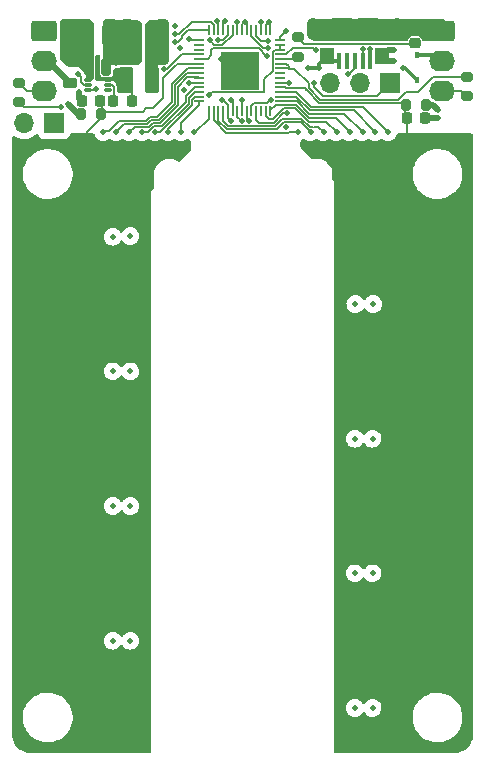
<source format=gtl>
G04 #@! TF.GenerationSoftware,KiCad,Pcbnew,(6.0.7)*
G04 #@! TF.CreationDate,2022-10-27T11:39:27+02:00*
G04 #@! TF.ProjectId,FluidPresenceSensor,466c7569-6450-4726-9573-656e63655365,rev?*
G04 #@! TF.SameCoordinates,Original*
G04 #@! TF.FileFunction,Copper,L1,Top*
G04 #@! TF.FilePolarity,Positive*
%FSLAX46Y46*%
G04 Gerber Fmt 4.6, Leading zero omitted, Abs format (unit mm)*
G04 Created by KiCad (PCBNEW (6.0.7)) date 2022-10-27 11:39:27*
%MOMM*%
%LPD*%
G01*
G04 APERTURE LIST*
G04 Aperture macros list*
%AMRoundRect*
0 Rectangle with rounded corners*
0 $1 Rounding radius*
0 $2 $3 $4 $5 $6 $7 $8 $9 X,Y pos of 4 corners*
0 Add a 4 corners polygon primitive as box body*
4,1,4,$2,$3,$4,$5,$6,$7,$8,$9,$2,$3,0*
0 Add four circle primitives for the rounded corners*
1,1,$1+$1,$2,$3*
1,1,$1+$1,$4,$5*
1,1,$1+$1,$6,$7*
1,1,$1+$1,$8,$9*
0 Add four rect primitives between the rounded corners*
20,1,$1+$1,$2,$3,$4,$5,0*
20,1,$1+$1,$4,$5,$6,$7,0*
20,1,$1+$1,$6,$7,$8,$9,0*
20,1,$1+$1,$8,$9,$2,$3,0*%
G04 Aperture macros list end*
G04 #@! TA.AperFunction,SMDPad,CuDef*
%ADD10RoundRect,0.200000X0.200000X0.275000X-0.200000X0.275000X-0.200000X-0.275000X0.200000X-0.275000X0*%
G04 #@! TD*
G04 #@! TA.AperFunction,SMDPad,CuDef*
%ADD11RoundRect,0.250000X-0.375000X-0.850000X0.375000X-0.850000X0.375000X0.850000X-0.375000X0.850000X0*%
G04 #@! TD*
G04 #@! TA.AperFunction,SMDPad,CuDef*
%ADD12R,0.400000X1.400000*%
G04 #@! TD*
G04 #@! TA.AperFunction,SMDPad,CuDef*
%ADD13R,1.150000X1.450000*%
G04 #@! TD*
G04 #@! TA.AperFunction,SMDPad,CuDef*
%ADD14R,1.750000X1.900000*%
G04 #@! TD*
G04 #@! TA.AperFunction,ComponentPad*
%ADD15O,1.050000X1.900000*%
G04 #@! TD*
G04 #@! TA.AperFunction,SMDPad,CuDef*
%ADD16RoundRect,0.225000X-0.225000X-0.250000X0.225000X-0.250000X0.225000X0.250000X-0.225000X0.250000X0*%
G04 #@! TD*
G04 #@! TA.AperFunction,ComponentPad*
%ADD17R,1.700000X1.700000*%
G04 #@! TD*
G04 #@! TA.AperFunction,ComponentPad*
%ADD18O,1.700000X1.700000*%
G04 #@! TD*
G04 #@! TA.AperFunction,SMDPad,CuDef*
%ADD19RoundRect,0.218750X-0.381250X0.218750X-0.381250X-0.218750X0.381250X-0.218750X0.381250X0.218750X0*%
G04 #@! TD*
G04 #@! TA.AperFunction,SMDPad,CuDef*
%ADD20RoundRect,0.050000X-0.387500X-0.050000X0.387500X-0.050000X0.387500X0.050000X-0.387500X0.050000X0*%
G04 #@! TD*
G04 #@! TA.AperFunction,SMDPad,CuDef*
%ADD21RoundRect,0.050000X-0.050000X-0.387500X0.050000X-0.387500X0.050000X0.387500X-0.050000X0.387500X0*%
G04 #@! TD*
G04 #@! TA.AperFunction,SMDPad,CuDef*
%ADD22R,3.200000X3.200000*%
G04 #@! TD*
G04 #@! TA.AperFunction,SMDPad,CuDef*
%ADD23RoundRect,0.225000X0.225000X0.250000X-0.225000X0.250000X-0.225000X-0.250000X0.225000X-0.250000X0*%
G04 #@! TD*
G04 #@! TA.AperFunction,SMDPad,CuDef*
%ADD24RoundRect,0.200000X-0.200000X-0.525000X0.200000X-0.525000X0.200000X0.525000X-0.200000X0.525000X0*%
G04 #@! TD*
G04 #@! TA.AperFunction,SMDPad,CuDef*
%ADD25RoundRect,0.075000X-0.225000X-0.075000X0.225000X-0.075000X0.225000X0.075000X-0.225000X0.075000X0*%
G04 #@! TD*
G04 #@! TA.AperFunction,SMDPad,CuDef*
%ADD26RoundRect,0.075000X-0.075000X-0.787500X0.075000X-0.787500X0.075000X0.787500X-0.075000X0.787500X0*%
G04 #@! TD*
G04 #@! TA.AperFunction,SMDPad,CuDef*
%ADD27RoundRect,0.200000X0.275000X-0.200000X0.275000X0.200000X-0.275000X0.200000X-0.275000X-0.200000X0*%
G04 #@! TD*
G04 #@! TA.AperFunction,SMDPad,CuDef*
%ADD28R,0.450000X0.600000*%
G04 #@! TD*
G04 #@! TA.AperFunction,SMDPad,CuDef*
%ADD29RoundRect,0.250000X-0.325000X-0.650000X0.325000X-0.650000X0.325000X0.650000X-0.325000X0.650000X0*%
G04 #@! TD*
G04 #@! TA.AperFunction,SMDPad,CuDef*
%ADD30RoundRect,0.200000X-0.200000X-0.275000X0.200000X-0.275000X0.200000X0.275000X-0.200000X0.275000X0*%
G04 #@! TD*
G04 #@! TA.AperFunction,SMDPad,CuDef*
%ADD31RoundRect,0.200000X-0.275000X0.200000X-0.275000X-0.200000X0.275000X-0.200000X0.275000X0.200000X0*%
G04 #@! TD*
G04 #@! TA.AperFunction,SMDPad,CuDef*
%ADD32RoundRect,0.250000X0.325000X1.100000X-0.325000X1.100000X-0.325000X-1.100000X0.325000X-1.100000X0*%
G04 #@! TD*
G04 #@! TA.AperFunction,SMDPad,CuDef*
%ADD33RoundRect,0.218750X-0.256250X0.218750X-0.256250X-0.218750X0.256250X-0.218750X0.256250X0.218750X0*%
G04 #@! TD*
G04 #@! TA.AperFunction,ComponentPad*
%ADD34RoundRect,0.250000X-0.845000X0.620000X-0.845000X-0.620000X0.845000X-0.620000X0.845000X0.620000X0*%
G04 #@! TD*
G04 #@! TA.AperFunction,ComponentPad*
%ADD35O,2.190000X1.740000*%
G04 #@! TD*
G04 #@! TA.AperFunction,ViaPad*
%ADD36C,0.500000*%
G04 #@! TD*
G04 #@! TA.AperFunction,Conductor*
%ADD37C,0.127000*%
G04 #@! TD*
G04 #@! TA.AperFunction,Conductor*
%ADD38C,0.500000*%
G04 #@! TD*
G04 #@! TA.AperFunction,Conductor*
%ADD39C,0.300000*%
G04 #@! TD*
G04 #@! TA.AperFunction,Conductor*
%ADD40C,0.200000*%
G04 #@! TD*
G04 APERTURE END LIST*
D10*
X82975000Y-38450000D03*
X81325000Y-38450000D03*
D11*
X85150000Y-35550000D03*
X87300000Y-35550000D03*
D12*
X105800000Y-33900000D03*
X105150000Y-33900000D03*
X104500000Y-33900000D03*
X103850000Y-33900000D03*
X103200000Y-33900000D03*
D13*
X102180000Y-33480000D03*
D14*
X103375000Y-31250000D03*
X105625000Y-31250000D03*
D15*
X108075000Y-31250000D03*
X100925000Y-31250000D03*
D13*
X106820000Y-33480000D03*
D16*
X108925000Y-38750000D03*
X110475000Y-38750000D03*
D17*
X79050000Y-39175000D03*
D18*
X76510000Y-39175000D03*
D19*
X80400000Y-33637500D03*
X80400000Y-35762500D03*
D20*
X91312500Y-32150000D03*
X91312500Y-32550000D03*
X91312500Y-32950000D03*
X91312500Y-33350000D03*
X91312500Y-33750000D03*
X91312500Y-34150000D03*
X91312500Y-34550000D03*
X91312500Y-34950000D03*
X91312500Y-35350000D03*
X91312500Y-35750000D03*
X91312500Y-36150000D03*
X91312500Y-36550000D03*
X91312500Y-36950000D03*
X91312500Y-37350000D03*
D21*
X92150000Y-38187500D03*
X92550000Y-38187500D03*
X92950000Y-38187500D03*
X93350000Y-38187500D03*
X93750000Y-38187500D03*
X94150000Y-38187500D03*
X94550000Y-38187500D03*
X94950000Y-38187500D03*
X95350000Y-38187500D03*
X95750000Y-38187500D03*
X96150000Y-38187500D03*
X96550000Y-38187500D03*
X96950000Y-38187500D03*
X97350000Y-38187500D03*
D20*
X98187500Y-37350000D03*
X98187500Y-36950000D03*
X98187500Y-36550000D03*
X98187500Y-36150000D03*
X98187500Y-35750000D03*
X98187500Y-35350000D03*
X98187500Y-34950000D03*
X98187500Y-34550000D03*
X98187500Y-34150000D03*
X98187500Y-33750000D03*
X98187500Y-33350000D03*
X98187500Y-32950000D03*
X98187500Y-32550000D03*
X98187500Y-32150000D03*
D21*
X97350000Y-31312500D03*
X96950000Y-31312500D03*
X96550000Y-31312500D03*
X96150000Y-31312500D03*
X95750000Y-31312500D03*
X95350000Y-31312500D03*
X94950000Y-31312500D03*
X94550000Y-31312500D03*
X94150000Y-31312500D03*
X93750000Y-31312500D03*
X93350000Y-31312500D03*
X92950000Y-31312500D03*
X92550000Y-31312500D03*
X92150000Y-31312500D03*
D22*
X94750000Y-34750000D03*
D23*
X85600000Y-37350000D03*
X84050000Y-37350000D03*
D24*
X81975000Y-34462500D03*
D25*
X81875000Y-35512500D03*
X81875000Y-35962500D03*
X81875000Y-36412500D03*
X83575000Y-36412500D03*
X83575000Y-35962500D03*
X83575000Y-35512500D03*
D24*
X83475000Y-34462500D03*
D26*
X82725000Y-34325000D03*
D27*
X114000000Y-36925000D03*
X114000000Y-35275000D03*
D28*
X109800000Y-33450000D03*
X109800000Y-35550000D03*
D29*
X85250000Y-33300000D03*
X88200000Y-33300000D03*
D30*
X108875000Y-37650000D03*
X110525000Y-37650000D03*
D23*
X82925000Y-37350000D03*
X81375000Y-37350000D03*
D31*
X76100000Y-35775000D03*
X76100000Y-37425000D03*
D29*
X85250000Y-31300000D03*
X88200000Y-31300000D03*
D32*
X83800000Y-31750000D03*
X80850000Y-31750000D03*
D33*
X109600000Y-30812500D03*
X109600000Y-32387500D03*
D27*
X99650000Y-33575000D03*
X99650000Y-31925000D03*
D34*
X111920000Y-31360000D03*
D35*
X111920000Y-33900000D03*
X111920000Y-36440000D03*
D17*
X107500000Y-35750000D03*
D18*
X104960000Y-35750000D03*
X102420000Y-35750000D03*
D34*
X78170000Y-31360000D03*
D35*
X78170000Y-33900000D03*
X78170000Y-36440000D03*
D36*
X94050000Y-37250000D03*
X93200000Y-33750000D03*
X86200000Y-30750000D03*
X98700000Y-39550000D03*
X100550000Y-34550000D03*
X86200000Y-32900000D03*
X95100000Y-33800000D03*
X81123571Y-36510000D03*
X89700000Y-32850000D03*
X111500000Y-38750000D03*
X89250000Y-31000000D03*
X107800000Y-33000000D03*
X86200000Y-31800000D03*
X84250000Y-33450000D03*
X101488873Y-34540000D03*
X107800000Y-33950000D03*
X93986127Y-39006000D03*
X93250000Y-37250000D03*
X96100000Y-33800000D03*
X84250000Y-34050000D03*
X90048500Y-36381314D03*
X86200000Y-33850000D03*
X87150000Y-30750000D03*
X98950000Y-35800000D03*
X97200000Y-30600000D03*
X87150000Y-32900000D03*
X98700000Y-31400000D03*
X95167978Y-30602996D03*
X87150000Y-33850000D03*
X94950000Y-37240000D03*
X87150000Y-31800000D03*
X90500000Y-35750000D03*
X90450000Y-32050000D03*
X96550000Y-30600000D03*
X94541483Y-30599959D03*
X95550000Y-39001500D03*
X82600000Y-36300000D03*
X81048500Y-35000000D03*
X105800000Y-32940000D03*
X105150000Y-32940000D03*
X103910890Y-34990785D03*
X101061796Y-35796303D03*
X97386234Y-37196558D03*
X98761127Y-38344000D03*
X94923497Y-39001500D03*
X97113873Y-32836127D03*
X97150000Y-32200000D03*
X89250000Y-32350000D03*
X108600000Y-34500000D03*
X101200000Y-33000000D03*
X79600000Y-37800000D03*
X92150000Y-36800000D03*
X89250000Y-31650000D03*
X92861127Y-30538873D03*
X93487415Y-30555257D03*
X92950000Y-32126500D03*
X92200000Y-32150000D03*
X86950000Y-70150000D03*
X86950000Y-75600000D03*
X75850000Y-41000000D03*
X87000000Y-86950000D03*
X76150000Y-65350000D03*
X81800000Y-40450000D03*
X86950000Y-64200000D03*
X89950000Y-41800000D03*
X86950000Y-58650000D03*
X86950000Y-52850000D03*
X86950000Y-47150000D03*
X76500000Y-91500000D03*
X86950000Y-81600000D03*
X113500000Y-91500000D03*
X103100000Y-87200000D03*
X108300000Y-92200000D03*
X103050000Y-75850000D03*
X103050000Y-47050000D03*
X103050000Y-58400000D03*
X103050000Y-64400000D03*
X103050000Y-53000000D03*
X114100000Y-40400000D03*
X103050000Y-81250000D03*
X103050000Y-69900000D03*
X100300000Y-41300000D03*
X108850000Y-40450000D03*
X84000000Y-83000000D03*
X83200000Y-39950000D03*
X85500000Y-83000000D03*
X84300000Y-39950000D03*
X84000000Y-71600000D03*
X85400000Y-39950000D03*
X86500000Y-39950000D03*
X85500000Y-71600000D03*
X88700000Y-39950000D03*
X85500000Y-60200000D03*
X89800000Y-39950000D03*
X84000000Y-48800000D03*
X85500000Y-48750000D03*
X90900000Y-39950000D03*
X99650000Y-39950000D03*
X104550000Y-54500000D03*
X100750000Y-39950000D03*
X106050000Y-54500000D03*
X101850000Y-39950000D03*
X104500000Y-65900000D03*
X102950000Y-39950000D03*
X106000000Y-65900000D03*
X104050000Y-39950000D03*
X104500000Y-77300000D03*
X106000000Y-77300000D03*
X105150000Y-39950000D03*
X104500000Y-88700000D03*
X106250000Y-39950000D03*
X106000000Y-88700000D03*
X107350000Y-39950000D03*
X88350000Y-34600000D03*
X80250000Y-37600000D03*
X111550000Y-38100000D03*
X97043357Y-33458648D03*
X84000000Y-60200000D03*
X87600000Y-39950000D03*
D37*
X94050000Y-37250000D02*
X94150000Y-37350000D01*
X94150000Y-37350000D02*
X94150000Y-38187500D01*
D38*
X81123571Y-37098571D02*
X81375000Y-37350000D01*
D37*
X86200000Y-32900000D02*
X86200000Y-31800000D01*
X93250000Y-37250000D02*
X93327038Y-37250000D01*
D38*
X110475000Y-38750000D02*
X111500000Y-38750000D01*
D39*
X101488873Y-34171127D02*
X102180000Y-33480000D01*
X105625000Y-31250000D02*
X108075000Y-31250000D01*
D38*
X81123571Y-36510000D02*
X81123571Y-37098571D01*
D37*
X84250000Y-34050000D02*
X84250000Y-33450000D01*
D39*
X101478873Y-34550000D02*
X101488873Y-34540000D01*
D37*
X93750000Y-37672962D02*
X93750000Y-38187500D01*
D38*
X107300000Y-33000000D02*
X107550000Y-33000000D01*
D37*
X93750000Y-38769873D02*
X93986127Y-39006000D01*
D38*
X106820000Y-33480000D02*
X107290000Y-33950000D01*
D39*
X109600000Y-30812500D02*
X108512500Y-30812500D01*
D37*
X85250000Y-33300000D02*
X85650000Y-33300000D01*
D38*
X107550000Y-33000000D02*
X107800000Y-33000000D01*
D39*
X103200000Y-33900000D02*
X102600000Y-33900000D01*
X101488873Y-34540000D02*
X101488873Y-34171127D01*
X108512500Y-30812500D02*
X108075000Y-31250000D01*
D38*
X106820000Y-33480000D02*
X107300000Y-33000000D01*
D37*
X93750000Y-38187500D02*
X93750000Y-38769873D01*
D39*
X105625000Y-31250000D02*
X103375000Y-31250000D01*
D38*
X107290000Y-33950000D02*
X107800000Y-33950000D01*
D39*
X102600000Y-33900000D02*
X102180000Y-33480000D01*
D37*
X93327038Y-37250000D02*
X93750000Y-37672962D01*
X85650000Y-33300000D02*
X86200000Y-33850000D01*
D39*
X103375000Y-31250000D02*
X100925000Y-31250000D01*
X100550000Y-34550000D02*
X101478873Y-34550000D01*
D37*
X95350000Y-30785018D02*
X95350000Y-31312500D01*
X97350000Y-30750000D02*
X97350000Y-31312500D01*
X90550000Y-32150000D02*
X91312500Y-32150000D01*
X96950000Y-30850000D02*
X96950000Y-31312500D01*
X98700000Y-31400000D02*
X98187500Y-31912500D01*
X97200000Y-30600000D02*
X97350000Y-30750000D01*
X90450000Y-32050000D02*
X90550000Y-32150000D01*
X95167978Y-30602996D02*
X94950000Y-30820974D01*
X91312500Y-35750000D02*
X90500000Y-35750000D01*
X97200000Y-30600000D02*
X96950000Y-30850000D01*
X98900000Y-35750000D02*
X98187500Y-35750000D01*
X98950000Y-35800000D02*
X98900000Y-35750000D01*
X94950000Y-37240000D02*
X94950000Y-38187500D01*
X94950000Y-30820974D02*
X94950000Y-31312500D01*
X98187500Y-31912500D02*
X98187500Y-32150000D01*
X95167978Y-30602996D02*
X95350000Y-30785018D01*
D38*
X78500000Y-33900000D02*
X78170000Y-33900000D01*
D39*
X109800000Y-33450000D02*
X111470000Y-33450000D01*
D38*
X80362500Y-35762500D02*
X78500000Y-33900000D01*
D39*
X111470000Y-33450000D02*
X111920000Y-33900000D01*
D38*
X80400000Y-35762500D02*
X80362500Y-35762500D01*
D40*
X85600000Y-37350000D02*
X85600000Y-36000000D01*
X85600000Y-36000000D02*
X85150000Y-35550000D01*
X83962500Y-35962500D02*
X84100000Y-36100000D01*
X84102000Y-36152000D02*
X84100000Y-36150000D01*
X84050000Y-37350000D02*
X84102000Y-37298000D01*
X84102000Y-37298000D02*
X84102000Y-36152000D01*
X83575000Y-35962500D02*
X83962500Y-35962500D01*
D37*
X95350000Y-38801500D02*
X95350000Y-38187500D01*
X94541483Y-30599959D02*
X94550000Y-30608476D01*
X95550000Y-39001500D02*
X95350000Y-38801500D01*
X96550000Y-30600000D02*
X96550000Y-31312500D01*
X94550000Y-30608476D02*
X94550000Y-31312500D01*
D40*
X82600000Y-36300000D02*
X82487500Y-36412500D01*
X82487500Y-36412500D02*
X81875000Y-36412500D01*
X81048500Y-35000000D02*
X81348000Y-35299500D01*
X81597908Y-35962500D02*
X81875000Y-35962500D01*
X81348000Y-35712592D02*
X81597908Y-35962500D01*
X81348000Y-35299500D02*
X81348000Y-35712592D01*
D39*
X105800000Y-33900000D02*
X105800000Y-32940000D01*
D37*
X109487500Y-32500000D02*
X109600000Y-32387500D01*
X99650000Y-31925000D02*
X100225000Y-32500000D01*
X100225000Y-32500000D02*
X109487500Y-32500000D01*
X105150000Y-33900000D02*
X105150000Y-32940000D01*
X104500000Y-33900000D02*
X104500000Y-34500000D01*
X103920105Y-35000000D02*
X103910890Y-34990785D01*
X104500000Y-34500000D02*
X104000000Y-35000000D01*
X104000000Y-35000000D02*
X103920105Y-35000000D01*
X101061796Y-35796303D02*
X101061796Y-36111796D01*
X95750000Y-37700000D02*
X95750000Y-38187500D01*
X97386234Y-37196558D02*
X97082792Y-37500000D01*
X101800000Y-36850000D02*
X106400000Y-36850000D01*
X101061796Y-36111796D02*
X101800000Y-36850000D01*
X106400000Y-36850000D02*
X107500000Y-35750000D01*
X97082792Y-37500000D02*
X95950000Y-37500000D01*
X95950000Y-37500000D02*
X95750000Y-37700000D01*
X97650000Y-39150000D02*
X96350000Y-39150000D01*
X96150000Y-38950000D02*
X96150000Y-38187500D01*
X98456000Y-38344000D02*
X97650000Y-39150000D01*
X98761127Y-38344000D02*
X98456000Y-38344000D01*
X96350000Y-39150000D02*
X96150000Y-38950000D01*
X111920000Y-36440000D02*
X113515000Y-36440000D01*
X113515000Y-36440000D02*
X114000000Y-36925000D01*
X76100000Y-35775000D02*
X76765000Y-36440000D01*
X76765000Y-36440000D02*
X78170000Y-36440000D01*
X94550000Y-38628003D02*
X94550000Y-38187500D01*
X94923497Y-39001500D02*
X94550000Y-38628003D01*
X96745337Y-32836127D02*
X95750000Y-31840790D01*
X95750000Y-31840790D02*
X95750000Y-31312500D01*
X97113873Y-32836127D02*
X96745337Y-32836127D01*
X97150000Y-32200000D02*
X96550000Y-32200000D01*
X96150000Y-31800000D02*
X96150000Y-31312500D01*
X96550000Y-32200000D02*
X96150000Y-31800000D01*
X89500000Y-32350000D02*
X89850000Y-32000000D01*
X89850000Y-32000000D02*
X89850000Y-31809210D01*
X90346710Y-31312500D02*
X92150000Y-31312500D01*
X89250000Y-32350000D02*
X89500000Y-32350000D01*
X89850000Y-31809210D02*
X90346710Y-31312500D01*
D39*
X108750000Y-34500000D02*
X109800000Y-35550000D01*
X108600000Y-34500000D02*
X108750000Y-34500000D01*
D37*
X98187500Y-33750000D02*
X99475000Y-33750000D01*
X99475000Y-33750000D02*
X99650000Y-33575000D01*
X101200000Y-33000000D02*
X101000000Y-32800000D01*
X99250000Y-32800000D02*
X98700000Y-33350000D01*
X98700000Y-33350000D02*
X98187500Y-33350000D01*
X101000000Y-32800000D02*
X99250000Y-32800000D01*
X100622580Y-36230480D02*
X100622580Y-35822580D01*
X98925000Y-34384210D02*
X98690790Y-34150000D01*
X98925000Y-34575000D02*
X98925000Y-34384210D01*
X98187500Y-34550000D02*
X98900000Y-34550000D01*
X100622580Y-35822580D02*
X99375000Y-34575000D01*
X101592100Y-37200000D02*
X100622580Y-36230480D01*
X114000000Y-35275000D02*
X111125000Y-35275000D01*
X109850000Y-36550000D02*
X108800000Y-36550000D01*
X98900000Y-34550000D02*
X98925000Y-34575000D01*
X108150000Y-37200000D02*
X101592100Y-37200000D01*
X98690790Y-34150000D02*
X98187500Y-34150000D01*
X111125000Y-35275000D02*
X109850000Y-36550000D01*
X99375000Y-34575000D02*
X98925000Y-34575000D01*
X108800000Y-36550000D02*
X108150000Y-37200000D01*
X96850000Y-36550000D02*
X96850000Y-35450000D01*
X98187500Y-32550000D02*
X98187500Y-32950000D01*
X92400000Y-36550000D02*
X96850000Y-36550000D01*
X92150000Y-36800000D02*
X92400000Y-36550000D01*
X97550000Y-34750000D02*
X97550000Y-33150000D01*
X97550000Y-33150000D02*
X97750000Y-32950000D01*
X96850000Y-35450000D02*
X97550000Y-34750000D01*
X76475000Y-37800000D02*
X79600000Y-37800000D01*
X76100000Y-37425000D02*
X76475000Y-37800000D01*
X97750000Y-32950000D02*
X98187500Y-32950000D01*
X90700000Y-30600000D02*
X92300000Y-30600000D01*
X89250000Y-31650000D02*
X89650000Y-31650000D01*
X92550000Y-30850000D02*
X92550000Y-31312500D01*
X89650000Y-31650000D02*
X90700000Y-30600000D01*
X92300000Y-30600000D02*
X92550000Y-30850000D01*
X92950000Y-31312500D02*
X92950000Y-30627746D01*
X92950000Y-30627746D02*
X92861127Y-30538873D01*
X93487415Y-30555257D02*
X93350000Y-30692672D01*
X93350000Y-30692672D02*
X93350000Y-31312500D01*
X93750000Y-31690118D02*
X93750000Y-31312500D01*
X93313618Y-32126500D02*
X93750000Y-31690118D01*
X92950000Y-32126500D02*
X93313618Y-32126500D01*
X93273118Y-32567000D02*
X94150000Y-31690118D01*
X94150000Y-31690118D02*
X94150000Y-31312500D01*
X92617000Y-32567000D02*
X93273118Y-32567000D01*
X92200000Y-32150000D02*
X92617000Y-32567000D01*
D40*
X81875000Y-34562500D02*
X81975000Y-34462500D01*
X81875000Y-35512500D02*
X81875000Y-34562500D01*
D37*
X82975000Y-38725000D02*
X81800000Y-39900000D01*
X86857950Y-37896000D02*
X86523950Y-38230000D01*
X81800000Y-39900000D02*
X81800000Y-40450000D01*
X89500000Y-34150000D02*
X89350000Y-34300000D01*
X86523950Y-38230000D02*
X83270000Y-38230000D01*
X88250000Y-35400000D02*
X88250000Y-37050000D01*
X83270000Y-38230000D02*
X83050000Y-38450000D01*
X82975000Y-38450000D02*
X82975000Y-38725000D01*
X87396000Y-37896000D02*
X86857950Y-37896000D01*
X83075000Y-38250000D02*
X83075000Y-37200000D01*
X87400000Y-37900000D02*
X87396000Y-37896000D01*
X89350000Y-34300000D02*
X88250000Y-35400000D01*
X88250000Y-37050000D02*
X87400000Y-37900000D01*
X83050000Y-38450000D02*
X82975000Y-38450000D01*
X91312500Y-34150000D02*
X89500000Y-34150000D01*
X98700000Y-36250000D02*
X100282890Y-36250000D01*
X100416445Y-36383555D02*
X100368580Y-36335690D01*
X101486890Y-37454000D02*
X100416445Y-36383555D01*
X108679000Y-37454000D02*
X101486890Y-37454000D01*
X98600000Y-36150000D02*
X98700000Y-36250000D01*
X108725000Y-38450000D02*
X108725000Y-37400000D01*
X108925000Y-40375000D02*
X108850000Y-40450000D01*
X108925000Y-38750000D02*
X108925000Y-40375000D01*
X98187500Y-36150000D02*
X98600000Y-36150000D01*
X108875000Y-37650000D02*
X108679000Y-37454000D01*
X100282890Y-36250000D02*
X100416445Y-36383555D01*
X86839580Y-38992000D02*
X87169580Y-38662000D01*
X87169580Y-38662000D02*
X87778790Y-38662000D01*
X90340790Y-34550000D02*
X91312500Y-34550000D01*
X83675000Y-39875000D02*
X84558000Y-38992000D01*
X87778790Y-38662000D02*
X89012000Y-37428790D01*
X89012000Y-37428790D02*
X89012000Y-35878790D01*
X89012000Y-35878790D02*
X90340790Y-34550000D01*
X84558000Y-38992000D02*
X86839580Y-38992000D01*
X83225000Y-39875000D02*
X83675000Y-39875000D01*
X84954000Y-39246000D02*
X86944790Y-39246000D01*
X86944790Y-39246000D02*
X87274790Y-38916000D01*
X89266000Y-37534000D02*
X89266000Y-35984000D01*
X90300000Y-34950000D02*
X91312500Y-34950000D01*
X87274790Y-38916000D02*
X87884000Y-38916000D01*
X87884000Y-38916000D02*
X89266000Y-37534000D01*
X84300000Y-39900000D02*
X84954000Y-39246000D01*
X89266000Y-35984000D02*
X90300000Y-34950000D01*
X87380000Y-39170000D02*
X88030000Y-39170000D01*
X91272000Y-35309500D02*
X91312500Y-35350000D01*
X88030000Y-39170000D02*
X89520000Y-37680000D01*
X85400000Y-39950000D02*
X85850000Y-39500000D01*
X90317538Y-35309500D02*
X91272000Y-35309500D01*
X89520000Y-37680000D02*
X89520000Y-36107038D01*
X87050000Y-39500000D02*
X87380000Y-39170000D01*
X85850000Y-39500000D02*
X87050000Y-39500000D01*
X89520000Y-36107038D02*
X90317538Y-35309500D01*
X90934882Y-36150000D02*
X90176500Y-36908382D01*
X91312500Y-36150000D02*
X90934882Y-36150000D01*
X90176500Y-37423500D02*
X88176000Y-39424000D01*
X88176000Y-39424000D02*
X87503038Y-39424000D01*
X90176500Y-36908382D02*
X90176500Y-37423500D01*
X86977038Y-39950000D02*
X86500000Y-39950000D01*
X87503038Y-39424000D02*
X86977038Y-39950000D01*
X88700000Y-39650000D02*
X88700000Y-39950000D01*
X90684500Y-37200382D02*
X90684500Y-37665500D01*
X90684500Y-37665500D02*
X88700000Y-39650000D01*
X91312500Y-36950000D02*
X90934882Y-36950000D01*
X90934882Y-36950000D02*
X90684500Y-37200382D01*
X91312500Y-37637500D02*
X90050000Y-38900000D01*
X90050000Y-38900000D02*
X89800000Y-39150000D01*
X91312500Y-37350000D02*
X91312500Y-37637500D01*
X89800000Y-39150000D02*
X89800000Y-39950000D01*
X92150000Y-38187500D02*
X92150000Y-38800000D01*
X92150000Y-38800000D02*
X91000000Y-39950000D01*
X91000000Y-39950000D02*
X90900000Y-39950000D01*
X98918962Y-39954000D02*
X99646000Y-39954000D01*
X92550000Y-38187500D02*
X92550000Y-38959210D01*
X99646000Y-39954000D02*
X99650000Y-39950000D01*
X92550000Y-38959210D02*
X93581290Y-39990500D01*
X98882462Y-39990500D02*
X98918962Y-39954000D01*
X93581290Y-39990500D02*
X98882462Y-39990500D01*
X98490500Y-39109500D02*
X97900000Y-39700000D01*
X97900000Y-39700000D02*
X93650000Y-39700000D01*
X99909500Y-39109500D02*
X98490500Y-39109500D01*
X92950000Y-39000000D02*
X92950000Y-38187500D01*
X100750000Y-39950000D02*
X99909500Y-39109500D01*
X93650000Y-39700000D02*
X92950000Y-39000000D01*
X100990500Y-39509500D02*
X100668710Y-39509500D01*
X101424000Y-39524000D02*
X101024000Y-39524000D01*
X98359210Y-38800000D02*
X97713210Y-39446000D01*
X100668710Y-39509500D02*
X99959210Y-38800000D01*
X101850000Y-39950000D02*
X101424000Y-39524000D01*
X99959210Y-38800000D02*
X98359210Y-38800000D01*
X93796000Y-39446000D02*
X93350000Y-39000000D01*
X93350000Y-39000000D02*
X93350000Y-38187500D01*
X97713210Y-39446000D02*
X93796000Y-39446000D01*
X100618420Y-39100000D02*
X99422420Y-37904000D01*
X102950000Y-39950000D02*
X102100000Y-39100000D01*
X97550000Y-38850000D02*
X97234882Y-38850000D01*
X97234882Y-38850000D02*
X96950000Y-38565118D01*
X98496000Y-37904000D02*
X97550000Y-38850000D01*
X96950000Y-38565118D02*
X96950000Y-38187500D01*
X99422420Y-37904000D02*
X98496000Y-37904000D01*
X102100000Y-39100000D02*
X100618420Y-39100000D01*
X102900000Y-38750000D02*
X100627630Y-38750000D01*
X100627630Y-38750000D02*
X99527630Y-37650000D01*
X97350000Y-38100000D02*
X97350000Y-38187500D01*
X104050000Y-39900000D02*
X102900000Y-38750000D01*
X97800000Y-37650000D02*
X97350000Y-38100000D01*
X104050000Y-39950000D02*
X104050000Y-39900000D01*
X99527630Y-37650000D02*
X97800000Y-37650000D01*
X100636840Y-38400000D02*
X99586840Y-37350000D01*
X103600000Y-38400000D02*
X100636840Y-38400000D01*
X99586840Y-37350000D02*
X98187500Y-37350000D01*
X105150000Y-39950000D02*
X103600000Y-38400000D01*
X106250000Y-39950000D02*
X104400000Y-38100000D01*
X99546050Y-36950000D02*
X98187500Y-36950000D01*
X100696050Y-38100000D02*
X99546050Y-36950000D01*
X104400000Y-38100000D02*
X100696050Y-38100000D01*
X107350000Y-39950000D02*
X105200000Y-37800000D01*
X105200000Y-37800000D02*
X100755260Y-37800000D01*
X100755260Y-37800000D02*
X99505260Y-36550000D01*
X99505260Y-36550000D02*
X98187500Y-36550000D01*
X89850000Y-33350000D02*
X89775000Y-33425000D01*
X91312500Y-33350000D02*
X89850000Y-33350000D01*
D38*
X80250000Y-37600000D02*
X81100000Y-38450000D01*
X81100000Y-38450000D02*
X81325000Y-38450000D01*
D37*
X88600000Y-34600000D02*
X89775000Y-33425000D01*
X88350000Y-34600000D02*
X88600000Y-34600000D01*
X97043357Y-33458648D02*
X97008648Y-33458648D01*
X97008648Y-33458648D02*
X96400000Y-32850000D01*
X92450000Y-32850000D02*
X92350000Y-32950000D01*
X91312500Y-33750000D02*
X92050000Y-33750000D01*
X111550000Y-38100000D02*
X110800000Y-37350000D01*
D38*
X111100000Y-37650000D02*
X110525000Y-37650000D01*
D37*
X96400000Y-32850000D02*
X92450000Y-32850000D01*
X110800000Y-37350000D02*
X110325000Y-37350000D01*
D38*
X111550000Y-38100000D02*
X111100000Y-37650000D01*
D37*
X92350000Y-33450000D02*
X92350000Y-32950000D01*
X92050000Y-33750000D02*
X92350000Y-33450000D01*
X91312500Y-36550000D02*
X90934882Y-36550000D01*
X88040790Y-39950000D02*
X87600000Y-39950000D01*
X90934882Y-36550000D02*
X90430500Y-37054382D01*
X90430500Y-37560290D02*
X88040790Y-39950000D01*
X90430500Y-37054382D02*
X90430500Y-37560290D01*
G04 #@! TA.AperFunction,Conductor*
G36*
X82419533Y-40070002D02*
G01*
X82466026Y-40123658D01*
X82470964Y-40136210D01*
X82514402Y-40266791D01*
X82518049Y-40272813D01*
X82518050Y-40272815D01*
X82584506Y-40382546D01*
X82601624Y-40410812D01*
X82718586Y-40531929D01*
X82724483Y-40535788D01*
X82853577Y-40620266D01*
X82853581Y-40620268D01*
X82859475Y-40624125D01*
X83017289Y-40682815D01*
X83024270Y-40683746D01*
X83024272Y-40683747D01*
X83069812Y-40689823D01*
X83184183Y-40705083D01*
X83191194Y-40704445D01*
X83191198Y-40704445D01*
X83344843Y-40690462D01*
X83351864Y-40689823D01*
X83358566Y-40687645D01*
X83358568Y-40687645D01*
X83505298Y-40639970D01*
X83505301Y-40639969D01*
X83511997Y-40637793D01*
X83656623Y-40551578D01*
X83662516Y-40545966D01*
X83663146Y-40545642D01*
X83667335Y-40542462D01*
X83667894Y-40543198D01*
X83725640Y-40513472D01*
X83796311Y-40520264D01*
X83817853Y-40533050D01*
X83818586Y-40531929D01*
X83953577Y-40620266D01*
X83953581Y-40620268D01*
X83959475Y-40624125D01*
X84117289Y-40682815D01*
X84124270Y-40683746D01*
X84124272Y-40683747D01*
X84169812Y-40689823D01*
X84284183Y-40705083D01*
X84291194Y-40704445D01*
X84291198Y-40704445D01*
X84444843Y-40690462D01*
X84451864Y-40689823D01*
X84458566Y-40687645D01*
X84458568Y-40687645D01*
X84605298Y-40639970D01*
X84605301Y-40639969D01*
X84611997Y-40637793D01*
X84756623Y-40551578D01*
X84762516Y-40545966D01*
X84763146Y-40545642D01*
X84767335Y-40542462D01*
X84767894Y-40543198D01*
X84825640Y-40513472D01*
X84896311Y-40520264D01*
X84917853Y-40533050D01*
X84918586Y-40531929D01*
X85053577Y-40620266D01*
X85053581Y-40620268D01*
X85059475Y-40624125D01*
X85217289Y-40682815D01*
X85224270Y-40683746D01*
X85224272Y-40683747D01*
X85269812Y-40689823D01*
X85384183Y-40705083D01*
X85391194Y-40704445D01*
X85391198Y-40704445D01*
X85544843Y-40690462D01*
X85551864Y-40689823D01*
X85558566Y-40687645D01*
X85558568Y-40687645D01*
X85705298Y-40639970D01*
X85705301Y-40639969D01*
X85711997Y-40637793D01*
X85856623Y-40551578D01*
X85862516Y-40545966D01*
X85863146Y-40545642D01*
X85867335Y-40542462D01*
X85867894Y-40543198D01*
X85925640Y-40513472D01*
X85996311Y-40520264D01*
X86017853Y-40533050D01*
X86018586Y-40531929D01*
X86153577Y-40620266D01*
X86153581Y-40620268D01*
X86159475Y-40624125D01*
X86317289Y-40682815D01*
X86324270Y-40683746D01*
X86324272Y-40683747D01*
X86369812Y-40689823D01*
X86484183Y-40705083D01*
X86491194Y-40704445D01*
X86491198Y-40704445D01*
X86644843Y-40690462D01*
X86651864Y-40689823D01*
X86658566Y-40687645D01*
X86658568Y-40687645D01*
X86805298Y-40639970D01*
X86805301Y-40639969D01*
X86811997Y-40637793D01*
X86956623Y-40551578D01*
X86962517Y-40545966D01*
X86963146Y-40545642D01*
X86967335Y-40542462D01*
X86967894Y-40543198D01*
X87025640Y-40513472D01*
X87096311Y-40520264D01*
X87117853Y-40533050D01*
X87118586Y-40531929D01*
X87253577Y-40620266D01*
X87253581Y-40620268D01*
X87259475Y-40624125D01*
X87417289Y-40682815D01*
X87424270Y-40683746D01*
X87424272Y-40683747D01*
X87469812Y-40689823D01*
X87584183Y-40705083D01*
X87591194Y-40704445D01*
X87591198Y-40704445D01*
X87744843Y-40690462D01*
X87751864Y-40689823D01*
X87758566Y-40687645D01*
X87758568Y-40687645D01*
X87905298Y-40639970D01*
X87905301Y-40639969D01*
X87911997Y-40637793D01*
X88056623Y-40551578D01*
X88062516Y-40545966D01*
X88063146Y-40545642D01*
X88067335Y-40542462D01*
X88067894Y-40543198D01*
X88125640Y-40513472D01*
X88196311Y-40520264D01*
X88217853Y-40533050D01*
X88218586Y-40531929D01*
X88353577Y-40620266D01*
X88353581Y-40620268D01*
X88359475Y-40624125D01*
X88517289Y-40682815D01*
X88524270Y-40683746D01*
X88524272Y-40683747D01*
X88569812Y-40689823D01*
X88684183Y-40705083D01*
X88691194Y-40704445D01*
X88691198Y-40704445D01*
X88844843Y-40690462D01*
X88851864Y-40689823D01*
X88858566Y-40687645D01*
X88858568Y-40687645D01*
X89005298Y-40639970D01*
X89005301Y-40639969D01*
X89011997Y-40637793D01*
X89156623Y-40551578D01*
X89162516Y-40545966D01*
X89163146Y-40545642D01*
X89167335Y-40542462D01*
X89167894Y-40543198D01*
X89225640Y-40513472D01*
X89296311Y-40520264D01*
X89317853Y-40533050D01*
X89318586Y-40531929D01*
X89453577Y-40620266D01*
X89453581Y-40620268D01*
X89459475Y-40624125D01*
X89617289Y-40682815D01*
X89624270Y-40683746D01*
X89624272Y-40683747D01*
X89669812Y-40689823D01*
X89784183Y-40705083D01*
X89791194Y-40704445D01*
X89791198Y-40704445D01*
X89944843Y-40690462D01*
X89951864Y-40689823D01*
X89958566Y-40687645D01*
X89958568Y-40687645D01*
X90105298Y-40639970D01*
X90105301Y-40639969D01*
X90111997Y-40637793D01*
X90256623Y-40551578D01*
X90262516Y-40545966D01*
X90263146Y-40545642D01*
X90267335Y-40542462D01*
X90267894Y-40543198D01*
X90325640Y-40513472D01*
X90396311Y-40520264D01*
X90417853Y-40533050D01*
X90418586Y-40531929D01*
X90542994Y-40613340D01*
X90589042Y-40667376D01*
X90600000Y-40718771D01*
X90600000Y-41448355D01*
X90579998Y-41516476D01*
X90563753Y-41536788D01*
X89701128Y-42412288D01*
X89639069Y-42446774D01*
X89568218Y-42442234D01*
X89533985Y-42423288D01*
X89530533Y-42420601D01*
X89513744Y-42407534D01*
X89434325Y-42364555D01*
X89328780Y-42307436D01*
X89328777Y-42307435D01*
X89324195Y-42304955D01*
X89120348Y-42234974D01*
X89115214Y-42234117D01*
X89115209Y-42234116D01*
X88912899Y-42200357D01*
X88912897Y-42200357D01*
X88907762Y-42199500D01*
X88692238Y-42199500D01*
X88687103Y-42200357D01*
X88687101Y-42200357D01*
X88484791Y-42234116D01*
X88484786Y-42234117D01*
X88479652Y-42234974D01*
X88275805Y-42304955D01*
X88271223Y-42307435D01*
X88271220Y-42307436D01*
X88165675Y-42364555D01*
X88086256Y-42407534D01*
X88082146Y-42410733D01*
X87930828Y-42528509D01*
X87916177Y-42539912D01*
X87770206Y-42698479D01*
X87652325Y-42878909D01*
X87650231Y-42883683D01*
X87573710Y-43058133D01*
X87565749Y-43076281D01*
X87564471Y-43081329D01*
X87564469Y-43081334D01*
X87530580Y-43215159D01*
X87512841Y-43285211D01*
X87512411Y-43290402D01*
X87512410Y-43290407D01*
X87497252Y-43473338D01*
X87496182Y-43482314D01*
X87496086Y-43482934D01*
X87494391Y-43493823D01*
X87495103Y-43499271D01*
X87495043Y-43500000D01*
X87495199Y-43500000D01*
X87498436Y-43524755D01*
X87499500Y-43541092D01*
X87499500Y-44595131D01*
X87479498Y-44663252D01*
X87463253Y-44683564D01*
X87250000Y-44900000D01*
X87250000Y-92373500D01*
X87229998Y-92441621D01*
X87176342Y-92488114D01*
X87124000Y-92499500D01*
X77048741Y-92499500D01*
X77029357Y-92498000D01*
X77015050Y-92495772D01*
X77015047Y-92495772D01*
X77006177Y-92494391D01*
X76997275Y-92495555D01*
X76997273Y-92495555D01*
X76993969Y-92495987D01*
X76991363Y-92496328D01*
X76966041Y-92497071D01*
X76832564Y-92487525D01*
X76795590Y-92484880D01*
X76777796Y-92482322D01*
X76756927Y-92477782D01*
X76586343Y-92440674D01*
X76569098Y-92435610D01*
X76385526Y-92367140D01*
X76369174Y-92359673D01*
X76197217Y-92265778D01*
X76182093Y-92256058D01*
X76025247Y-92138644D01*
X76011661Y-92126871D01*
X75873129Y-91988339D01*
X75861356Y-91974753D01*
X75743942Y-91817907D01*
X75734222Y-91802783D01*
X75640327Y-91630826D01*
X75632860Y-91614474D01*
X75564390Y-91430902D01*
X75559324Y-91413652D01*
X75535223Y-91302856D01*
X75517678Y-91222204D01*
X75515120Y-91204410D01*
X75503685Y-91044537D01*
X75504758Y-91022044D01*
X75504253Y-91021999D01*
X75504688Y-91017159D01*
X75505496Y-91012354D01*
X75505647Y-91000000D01*
X75501773Y-90972949D01*
X75500500Y-90955087D01*
X75500500Y-89632200D01*
X76398747Y-89632200D01*
X76399306Y-89636444D01*
X76399306Y-89636448D01*
X76415699Y-89760969D01*
X76436129Y-89916149D01*
X76511702Y-90192398D01*
X76513386Y-90196346D01*
X76618629Y-90443083D01*
X76624068Y-90455835D01*
X76771146Y-90701585D01*
X76773830Y-90704936D01*
X76773832Y-90704938D01*
X76821198Y-90764060D01*
X76950215Y-90925100D01*
X77157962Y-91122245D01*
X77390543Y-91289371D01*
X77643653Y-91423386D01*
X77912610Y-91521810D01*
X78192436Y-91582822D01*
X78231901Y-91585928D01*
X78414597Y-91600307D01*
X78414604Y-91600307D01*
X78417053Y-91600500D01*
X78571992Y-91600500D01*
X78574128Y-91600354D01*
X78574139Y-91600354D01*
X78781460Y-91586220D01*
X78781466Y-91586219D01*
X78785737Y-91585928D01*
X78789932Y-91585059D01*
X78789934Y-91585059D01*
X78925962Y-91556889D01*
X79066186Y-91527850D01*
X79336158Y-91432248D01*
X79590658Y-91300891D01*
X79594159Y-91298430D01*
X79594163Y-91298428D01*
X79821471Y-91138673D01*
X79821477Y-91138668D01*
X79824976Y-91136209D01*
X79966326Y-91004859D01*
X80031633Y-90944172D01*
X80031636Y-90944169D01*
X80034776Y-90941251D01*
X80045575Y-90928058D01*
X80213461Y-90722941D01*
X80216177Y-90719623D01*
X80365820Y-90475427D01*
X80372802Y-90459522D01*
X80479214Y-90217110D01*
X80479215Y-90217106D01*
X80480938Y-90213182D01*
X80559400Y-89937739D01*
X80599754Y-89654196D01*
X80600915Y-89432400D01*
X80601231Y-89372086D01*
X80601231Y-89372080D01*
X80601253Y-89367800D01*
X80597798Y-89341552D01*
X80564431Y-89088107D01*
X80563871Y-89083851D01*
X80549516Y-89031376D01*
X80489430Y-88811741D01*
X80488298Y-88807602D01*
X80375932Y-88544165D01*
X80228854Y-88298415D01*
X80049785Y-88074900D01*
X79842038Y-87877755D01*
X79609457Y-87710629D01*
X79356347Y-87576614D01*
X79087390Y-87478190D01*
X78807564Y-87417178D01*
X78764389Y-87413780D01*
X78585403Y-87399693D01*
X78585396Y-87399693D01*
X78582947Y-87399500D01*
X78428008Y-87399500D01*
X78425872Y-87399646D01*
X78425861Y-87399646D01*
X78218540Y-87413780D01*
X78218534Y-87413781D01*
X78214263Y-87414072D01*
X78210068Y-87414941D01*
X78210066Y-87414941D01*
X78074039Y-87443111D01*
X77933814Y-87472150D01*
X77663842Y-87567752D01*
X77409342Y-87699109D01*
X77405841Y-87701570D01*
X77405837Y-87701572D01*
X77178529Y-87861327D01*
X77178523Y-87861332D01*
X77175024Y-87863791D01*
X76965224Y-88058749D01*
X76962510Y-88062065D01*
X76962507Y-88062068D01*
X76850362Y-88199083D01*
X76783823Y-88280377D01*
X76634180Y-88524573D01*
X76632453Y-88528507D01*
X76632452Y-88528509D01*
X76525444Y-88772280D01*
X76519062Y-88786818D01*
X76440600Y-89062261D01*
X76400246Y-89345804D01*
X76399984Y-89395952D01*
X76399002Y-89583553D01*
X76398747Y-89632200D01*
X75500500Y-89632200D01*
X75500500Y-82989455D01*
X83244825Y-82989455D01*
X83245512Y-82996462D01*
X83245512Y-82996465D01*
X83248311Y-83025010D01*
X83261255Y-83157025D01*
X83314402Y-83316791D01*
X83318049Y-83322813D01*
X83318050Y-83322815D01*
X83390261Y-83442049D01*
X83401624Y-83460812D01*
X83406513Y-83465875D01*
X83406514Y-83465876D01*
X83441192Y-83501786D01*
X83518586Y-83581929D01*
X83524483Y-83585788D01*
X83653577Y-83670266D01*
X83653581Y-83670268D01*
X83659475Y-83674125D01*
X83817289Y-83732815D01*
X83824270Y-83733746D01*
X83824272Y-83733747D01*
X83869812Y-83739823D01*
X83984183Y-83755083D01*
X83991194Y-83754445D01*
X83991198Y-83754445D01*
X84144843Y-83740462D01*
X84151864Y-83739823D01*
X84158566Y-83737645D01*
X84158568Y-83737645D01*
X84305298Y-83689970D01*
X84305301Y-83689969D01*
X84311997Y-83687793D01*
X84456623Y-83601578D01*
X84461717Y-83596727D01*
X84461721Y-83596724D01*
X84573454Y-83490322D01*
X84573455Y-83490320D01*
X84578554Y-83485465D01*
X84585681Y-83474739D01*
X84639441Y-83393823D01*
X84645503Y-83384699D01*
X84699861Y-83339029D01*
X84770280Y-83329997D01*
X84834404Y-83360471D01*
X84858227Y-83389155D01*
X84901624Y-83460812D01*
X84906513Y-83465875D01*
X84906514Y-83465876D01*
X84941192Y-83501786D01*
X85018586Y-83581929D01*
X85024483Y-83585788D01*
X85153577Y-83670266D01*
X85153581Y-83670268D01*
X85159475Y-83674125D01*
X85317289Y-83732815D01*
X85324270Y-83733746D01*
X85324272Y-83733747D01*
X85369812Y-83739823D01*
X85484183Y-83755083D01*
X85491194Y-83754445D01*
X85491198Y-83754445D01*
X85644843Y-83740462D01*
X85651864Y-83739823D01*
X85658566Y-83737645D01*
X85658568Y-83737645D01*
X85805298Y-83689970D01*
X85805301Y-83689969D01*
X85811997Y-83687793D01*
X85956623Y-83601578D01*
X85961717Y-83596727D01*
X85961721Y-83596724D01*
X86073454Y-83490322D01*
X86073455Y-83490320D01*
X86078554Y-83485465D01*
X86085681Y-83474739D01*
X86139441Y-83393823D01*
X86171731Y-83345223D01*
X86231521Y-83187823D01*
X86254955Y-83021088D01*
X86255249Y-83000000D01*
X86253283Y-82982468D01*
X86237266Y-82839672D01*
X86237265Y-82839669D01*
X86236481Y-82832676D01*
X86181108Y-82673668D01*
X86091884Y-82530879D01*
X86083723Y-82522661D01*
X85978205Y-82416403D01*
X85978201Y-82416400D01*
X85973242Y-82411406D01*
X85831079Y-82321187D01*
X85672462Y-82264706D01*
X85665474Y-82263873D01*
X85665471Y-82263872D01*
X85572300Y-82252762D01*
X85505273Y-82244769D01*
X85498270Y-82245505D01*
X85498269Y-82245505D01*
X85452712Y-82250293D01*
X85337821Y-82262369D01*
X85331155Y-82264638D01*
X85331152Y-82264639D01*
X85185098Y-82314360D01*
X85185095Y-82314361D01*
X85178431Y-82316630D01*
X85172436Y-82320318D01*
X85172432Y-82320320D01*
X85041021Y-82401165D01*
X85041019Y-82401167D01*
X85035022Y-82404856D01*
X84914724Y-82522661D01*
X84910908Y-82528583D01*
X84855759Y-82614157D01*
X84802045Y-82660582D01*
X84731758Y-82670597D01*
X84667215Y-82641022D01*
X84642994Y-82612672D01*
X84595617Y-82536853D01*
X84591884Y-82530879D01*
X84583723Y-82522661D01*
X84478205Y-82416403D01*
X84478201Y-82416400D01*
X84473242Y-82411406D01*
X84331079Y-82321187D01*
X84172462Y-82264706D01*
X84165474Y-82263873D01*
X84165471Y-82263872D01*
X84072300Y-82252762D01*
X84005273Y-82244769D01*
X83998270Y-82245505D01*
X83998269Y-82245505D01*
X83952712Y-82250293D01*
X83837821Y-82262369D01*
X83831155Y-82264638D01*
X83831152Y-82264639D01*
X83685098Y-82314360D01*
X83685095Y-82314361D01*
X83678431Y-82316630D01*
X83672436Y-82320318D01*
X83672432Y-82320320D01*
X83541021Y-82401165D01*
X83541019Y-82401167D01*
X83535022Y-82404856D01*
X83414724Y-82522661D01*
X83323515Y-82664190D01*
X83265927Y-82822409D01*
X83244825Y-82989455D01*
X75500500Y-82989455D01*
X75500500Y-71589455D01*
X83244825Y-71589455D01*
X83245512Y-71596462D01*
X83245512Y-71596465D01*
X83248311Y-71625010D01*
X83261255Y-71757025D01*
X83314402Y-71916791D01*
X83318049Y-71922813D01*
X83318050Y-71922815D01*
X83390261Y-72042049D01*
X83401624Y-72060812D01*
X83406513Y-72065875D01*
X83406514Y-72065876D01*
X83441192Y-72101786D01*
X83518586Y-72181929D01*
X83524483Y-72185788D01*
X83653577Y-72270266D01*
X83653581Y-72270268D01*
X83659475Y-72274125D01*
X83817289Y-72332815D01*
X83824270Y-72333746D01*
X83824272Y-72333747D01*
X83869812Y-72339823D01*
X83984183Y-72355083D01*
X83991194Y-72354445D01*
X83991198Y-72354445D01*
X84144843Y-72340462D01*
X84151864Y-72339823D01*
X84158566Y-72337645D01*
X84158568Y-72337645D01*
X84305298Y-72289970D01*
X84305301Y-72289969D01*
X84311997Y-72287793D01*
X84456623Y-72201578D01*
X84461717Y-72196727D01*
X84461721Y-72196724D01*
X84573454Y-72090322D01*
X84573455Y-72090320D01*
X84578554Y-72085465D01*
X84585681Y-72074739D01*
X84639441Y-71993823D01*
X84645503Y-71984699D01*
X84699861Y-71939029D01*
X84770280Y-71929997D01*
X84834404Y-71960471D01*
X84858227Y-71989155D01*
X84901624Y-72060812D01*
X84906513Y-72065875D01*
X84906514Y-72065876D01*
X84941192Y-72101786D01*
X85018586Y-72181929D01*
X85024483Y-72185788D01*
X85153577Y-72270266D01*
X85153581Y-72270268D01*
X85159475Y-72274125D01*
X85317289Y-72332815D01*
X85324270Y-72333746D01*
X85324272Y-72333747D01*
X85369812Y-72339823D01*
X85484183Y-72355083D01*
X85491194Y-72354445D01*
X85491198Y-72354445D01*
X85644843Y-72340462D01*
X85651864Y-72339823D01*
X85658566Y-72337645D01*
X85658568Y-72337645D01*
X85805298Y-72289970D01*
X85805301Y-72289969D01*
X85811997Y-72287793D01*
X85956623Y-72201578D01*
X85961717Y-72196727D01*
X85961721Y-72196724D01*
X86073454Y-72090322D01*
X86073455Y-72090320D01*
X86078554Y-72085465D01*
X86085681Y-72074739D01*
X86139441Y-71993823D01*
X86171731Y-71945223D01*
X86231521Y-71787823D01*
X86254955Y-71621088D01*
X86255249Y-71600000D01*
X86253283Y-71582468D01*
X86237266Y-71439672D01*
X86237265Y-71439669D01*
X86236481Y-71432676D01*
X86181108Y-71273668D01*
X86091884Y-71130879D01*
X86083723Y-71122661D01*
X85978205Y-71016403D01*
X85978201Y-71016400D01*
X85973242Y-71011406D01*
X85831079Y-70921187D01*
X85672462Y-70864706D01*
X85665474Y-70863873D01*
X85665471Y-70863872D01*
X85572300Y-70852762D01*
X85505273Y-70844769D01*
X85498270Y-70845505D01*
X85498269Y-70845505D01*
X85452712Y-70850293D01*
X85337821Y-70862369D01*
X85331155Y-70864638D01*
X85331152Y-70864639D01*
X85185098Y-70914360D01*
X85185095Y-70914361D01*
X85178431Y-70916630D01*
X85172436Y-70920318D01*
X85172432Y-70920320D01*
X85041021Y-71001165D01*
X85041019Y-71001167D01*
X85035022Y-71004856D01*
X84914724Y-71122661D01*
X84910908Y-71128583D01*
X84855759Y-71214157D01*
X84802045Y-71260582D01*
X84731758Y-71270597D01*
X84667215Y-71241022D01*
X84642994Y-71212672D01*
X84595617Y-71136853D01*
X84591884Y-71130879D01*
X84583723Y-71122661D01*
X84478205Y-71016403D01*
X84478201Y-71016400D01*
X84473242Y-71011406D01*
X84331079Y-70921187D01*
X84172462Y-70864706D01*
X84165474Y-70863873D01*
X84165471Y-70863872D01*
X84072300Y-70852762D01*
X84005273Y-70844769D01*
X83998270Y-70845505D01*
X83998269Y-70845505D01*
X83952712Y-70850293D01*
X83837821Y-70862369D01*
X83831155Y-70864638D01*
X83831152Y-70864639D01*
X83685098Y-70914360D01*
X83685095Y-70914361D01*
X83678431Y-70916630D01*
X83672436Y-70920318D01*
X83672432Y-70920320D01*
X83541021Y-71001165D01*
X83541019Y-71001167D01*
X83535022Y-71004856D01*
X83414724Y-71122661D01*
X83323515Y-71264190D01*
X83265927Y-71422409D01*
X83244825Y-71589455D01*
X75500500Y-71589455D01*
X75500500Y-60189455D01*
X83244825Y-60189455D01*
X83245512Y-60196462D01*
X83245512Y-60196465D01*
X83248311Y-60225010D01*
X83261255Y-60357025D01*
X83314402Y-60516791D01*
X83318049Y-60522813D01*
X83318050Y-60522815D01*
X83390261Y-60642049D01*
X83401624Y-60660812D01*
X83406513Y-60665875D01*
X83406514Y-60665876D01*
X83441192Y-60701786D01*
X83518586Y-60781929D01*
X83524483Y-60785788D01*
X83653577Y-60870266D01*
X83653581Y-60870268D01*
X83659475Y-60874125D01*
X83817289Y-60932815D01*
X83824270Y-60933746D01*
X83824272Y-60933747D01*
X83869812Y-60939823D01*
X83984183Y-60955083D01*
X83991194Y-60954445D01*
X83991198Y-60954445D01*
X84144843Y-60940462D01*
X84151864Y-60939823D01*
X84158566Y-60937645D01*
X84158568Y-60937645D01*
X84305298Y-60889970D01*
X84305301Y-60889969D01*
X84311997Y-60887793D01*
X84456623Y-60801578D01*
X84461717Y-60796727D01*
X84461721Y-60796724D01*
X84573454Y-60690322D01*
X84573455Y-60690320D01*
X84578554Y-60685465D01*
X84585681Y-60674739D01*
X84639441Y-60593823D01*
X84645503Y-60584699D01*
X84699861Y-60539029D01*
X84770280Y-60529997D01*
X84834404Y-60560471D01*
X84858227Y-60589155D01*
X84901624Y-60660812D01*
X84906513Y-60665875D01*
X84906514Y-60665876D01*
X84941192Y-60701786D01*
X85018586Y-60781929D01*
X85024483Y-60785788D01*
X85153577Y-60870266D01*
X85153581Y-60870268D01*
X85159475Y-60874125D01*
X85317289Y-60932815D01*
X85324270Y-60933746D01*
X85324272Y-60933747D01*
X85369812Y-60939823D01*
X85484183Y-60955083D01*
X85491194Y-60954445D01*
X85491198Y-60954445D01*
X85644843Y-60940462D01*
X85651864Y-60939823D01*
X85658566Y-60937645D01*
X85658568Y-60937645D01*
X85805298Y-60889970D01*
X85805301Y-60889969D01*
X85811997Y-60887793D01*
X85956623Y-60801578D01*
X85961717Y-60796727D01*
X85961721Y-60796724D01*
X86073454Y-60690322D01*
X86073455Y-60690320D01*
X86078554Y-60685465D01*
X86085681Y-60674739D01*
X86139441Y-60593823D01*
X86171731Y-60545223D01*
X86231521Y-60387823D01*
X86254955Y-60221088D01*
X86255249Y-60200000D01*
X86253283Y-60182468D01*
X86237266Y-60039672D01*
X86237265Y-60039669D01*
X86236481Y-60032676D01*
X86181108Y-59873668D01*
X86091884Y-59730879D01*
X86083723Y-59722661D01*
X85978205Y-59616403D01*
X85978201Y-59616400D01*
X85973242Y-59611406D01*
X85831079Y-59521187D01*
X85672462Y-59464706D01*
X85665474Y-59463873D01*
X85665471Y-59463872D01*
X85572300Y-59452762D01*
X85505273Y-59444769D01*
X85498270Y-59445505D01*
X85498269Y-59445505D01*
X85452712Y-59450293D01*
X85337821Y-59462369D01*
X85331155Y-59464638D01*
X85331152Y-59464639D01*
X85185098Y-59514360D01*
X85185095Y-59514361D01*
X85178431Y-59516630D01*
X85172436Y-59520318D01*
X85172432Y-59520320D01*
X85041021Y-59601165D01*
X85041019Y-59601167D01*
X85035022Y-59604856D01*
X84914724Y-59722661D01*
X84910908Y-59728583D01*
X84855759Y-59814157D01*
X84802045Y-59860582D01*
X84731758Y-59870597D01*
X84667215Y-59841022D01*
X84642994Y-59812672D01*
X84595617Y-59736853D01*
X84591884Y-59730879D01*
X84583723Y-59722661D01*
X84478205Y-59616403D01*
X84478201Y-59616400D01*
X84473242Y-59611406D01*
X84331079Y-59521187D01*
X84172462Y-59464706D01*
X84165474Y-59463873D01*
X84165471Y-59463872D01*
X84072300Y-59452762D01*
X84005273Y-59444769D01*
X83998270Y-59445505D01*
X83998269Y-59445505D01*
X83952712Y-59450293D01*
X83837821Y-59462369D01*
X83831155Y-59464638D01*
X83831152Y-59464639D01*
X83685098Y-59514360D01*
X83685095Y-59514361D01*
X83678431Y-59516630D01*
X83672436Y-59520318D01*
X83672432Y-59520320D01*
X83541021Y-59601165D01*
X83541019Y-59601167D01*
X83535022Y-59604856D01*
X83414724Y-59722661D01*
X83323515Y-59864190D01*
X83265927Y-60022409D01*
X83244825Y-60189455D01*
X75500500Y-60189455D01*
X75500500Y-48789455D01*
X83244825Y-48789455D01*
X83261255Y-48957025D01*
X83314402Y-49116791D01*
X83318049Y-49122813D01*
X83318050Y-49122815D01*
X83390261Y-49242049D01*
X83401624Y-49260812D01*
X83406513Y-49265875D01*
X83406514Y-49265876D01*
X83441192Y-49301786D01*
X83518586Y-49381929D01*
X83524483Y-49385788D01*
X83653577Y-49470266D01*
X83653581Y-49470268D01*
X83659475Y-49474125D01*
X83817289Y-49532815D01*
X83824270Y-49533746D01*
X83824272Y-49533747D01*
X83869812Y-49539823D01*
X83984183Y-49555083D01*
X83991194Y-49554445D01*
X83991198Y-49554445D01*
X84144843Y-49540462D01*
X84151864Y-49539823D01*
X84158566Y-49537645D01*
X84158568Y-49537645D01*
X84305298Y-49489970D01*
X84305301Y-49489969D01*
X84311997Y-49487793D01*
X84456623Y-49401578D01*
X84461717Y-49396727D01*
X84461721Y-49396724D01*
X84573454Y-49290322D01*
X84573455Y-49290320D01*
X84578554Y-49285465D01*
X84635337Y-49200000D01*
X84661345Y-49160856D01*
X84715703Y-49115186D01*
X84786123Y-49106154D01*
X84850247Y-49136628D01*
X84874069Y-49165313D01*
X84894635Y-49199271D01*
X84901624Y-49210812D01*
X84906513Y-49215875D01*
X84906514Y-49215876D01*
X84931789Y-49242049D01*
X85018586Y-49331929D01*
X85024483Y-49335788D01*
X85153577Y-49420266D01*
X85153581Y-49420268D01*
X85159475Y-49424125D01*
X85317289Y-49482815D01*
X85324270Y-49483746D01*
X85324272Y-49483747D01*
X85369812Y-49489823D01*
X85484183Y-49505083D01*
X85491194Y-49504445D01*
X85491198Y-49504445D01*
X85644843Y-49490462D01*
X85651864Y-49489823D01*
X85658566Y-49487645D01*
X85658568Y-49487645D01*
X85805298Y-49439970D01*
X85805301Y-49439969D01*
X85811997Y-49437793D01*
X85956623Y-49351578D01*
X85961717Y-49346727D01*
X85961721Y-49346724D01*
X86073454Y-49240322D01*
X86073455Y-49240320D01*
X86078554Y-49235465D01*
X86094934Y-49210812D01*
X86157401Y-49116791D01*
X86171731Y-49095223D01*
X86231521Y-48937823D01*
X86246675Y-48829999D01*
X86254404Y-48775010D01*
X86254404Y-48775006D01*
X86254955Y-48771088D01*
X86255249Y-48750000D01*
X86236481Y-48582676D01*
X86181108Y-48423668D01*
X86091884Y-48280879D01*
X86083723Y-48272661D01*
X85978205Y-48166403D01*
X85978201Y-48166400D01*
X85973242Y-48161406D01*
X85831079Y-48071187D01*
X85672462Y-48014706D01*
X85665474Y-48013873D01*
X85665471Y-48013872D01*
X85572300Y-48002762D01*
X85505273Y-47994769D01*
X85498270Y-47995505D01*
X85498269Y-47995505D01*
X85452712Y-48000293D01*
X85337821Y-48012369D01*
X85331155Y-48014638D01*
X85331152Y-48014639D01*
X85185098Y-48064360D01*
X85185095Y-48064361D01*
X85178431Y-48066630D01*
X85172436Y-48070318D01*
X85172432Y-48070320D01*
X85041021Y-48151165D01*
X85041019Y-48151167D01*
X85035022Y-48154856D01*
X84914724Y-48272661D01*
X84910908Y-48278583D01*
X84839896Y-48388771D01*
X84786182Y-48435196D01*
X84715895Y-48445211D01*
X84651352Y-48415636D01*
X84627131Y-48387286D01*
X84595617Y-48336853D01*
X84591884Y-48330879D01*
X84583723Y-48322661D01*
X84478205Y-48216403D01*
X84478201Y-48216400D01*
X84473242Y-48211406D01*
X84331079Y-48121187D01*
X84172462Y-48064706D01*
X84165474Y-48063873D01*
X84165471Y-48063872D01*
X84072300Y-48052762D01*
X84005273Y-48044769D01*
X83998270Y-48045505D01*
X83998269Y-48045505D01*
X83952712Y-48050293D01*
X83837821Y-48062369D01*
X83831155Y-48064638D01*
X83831152Y-48064639D01*
X83685098Y-48114360D01*
X83685095Y-48114361D01*
X83678431Y-48116630D01*
X83672436Y-48120318D01*
X83672432Y-48120320D01*
X83541021Y-48201165D01*
X83541019Y-48201167D01*
X83535022Y-48204856D01*
X83414724Y-48322661D01*
X83323515Y-48464190D01*
X83265927Y-48622409D01*
X83244825Y-48789455D01*
X75500500Y-48789455D01*
X75500500Y-43632200D01*
X76398747Y-43632200D01*
X76399306Y-43636444D01*
X76399306Y-43636448D01*
X76403770Y-43670356D01*
X76436129Y-43916149D01*
X76437262Y-43920289D01*
X76437262Y-43920291D01*
X76440873Y-43933492D01*
X76511702Y-44192398D01*
X76624068Y-44455835D01*
X76771146Y-44701585D01*
X76773830Y-44704936D01*
X76773832Y-44704938D01*
X76829174Y-44774016D01*
X76950215Y-44925100D01*
X77157962Y-45122245D01*
X77390543Y-45289371D01*
X77643653Y-45423386D01*
X77912610Y-45521810D01*
X78192436Y-45582822D01*
X78231901Y-45585928D01*
X78414597Y-45600307D01*
X78414604Y-45600307D01*
X78417053Y-45600500D01*
X78571992Y-45600500D01*
X78574128Y-45600354D01*
X78574139Y-45600354D01*
X78781460Y-45586220D01*
X78781466Y-45586219D01*
X78785737Y-45585928D01*
X78789932Y-45585059D01*
X78789934Y-45585059D01*
X78925961Y-45556889D01*
X79066186Y-45527850D01*
X79336158Y-45432248D01*
X79590658Y-45300891D01*
X79594159Y-45298430D01*
X79594163Y-45298428D01*
X79821471Y-45138673D01*
X79821477Y-45138668D01*
X79824976Y-45136209D01*
X79978518Y-44993529D01*
X80031633Y-44944172D01*
X80031636Y-44944169D01*
X80034776Y-44941251D01*
X80045575Y-44928058D01*
X80213461Y-44722941D01*
X80216177Y-44719623D01*
X80365820Y-44475427D01*
X80372802Y-44459522D01*
X80479214Y-44217110D01*
X80479215Y-44217106D01*
X80480938Y-44213182D01*
X80559400Y-43937739D01*
X80599754Y-43654196D01*
X80600920Y-43431376D01*
X80601231Y-43372086D01*
X80601231Y-43372080D01*
X80601253Y-43367800D01*
X80597798Y-43341552D01*
X80564431Y-43088107D01*
X80563871Y-43083851D01*
X80488298Y-42807602D01*
X80375932Y-42544165D01*
X80228854Y-42298415D01*
X80049785Y-42074900D01*
X79842038Y-41877755D01*
X79609457Y-41710629D01*
X79356347Y-41576614D01*
X79087390Y-41478190D01*
X78807564Y-41417178D01*
X78764389Y-41413780D01*
X78585403Y-41399693D01*
X78585396Y-41399693D01*
X78582947Y-41399500D01*
X78428008Y-41399500D01*
X78425872Y-41399646D01*
X78425861Y-41399646D01*
X78218540Y-41413780D01*
X78218534Y-41413781D01*
X78214263Y-41414072D01*
X78210068Y-41414941D01*
X78210066Y-41414941D01*
X78074039Y-41443111D01*
X77933814Y-41472150D01*
X77663842Y-41567752D01*
X77409342Y-41699109D01*
X77405841Y-41701570D01*
X77405837Y-41701572D01*
X77178529Y-41861327D01*
X77178523Y-41861332D01*
X77175024Y-41863791D01*
X76965224Y-42058749D01*
X76962510Y-42062065D01*
X76962507Y-42062068D01*
X76949256Y-42078258D01*
X76783823Y-42280377D01*
X76634180Y-42524573D01*
X76632453Y-42528507D01*
X76632452Y-42528509D01*
X76555924Y-42702845D01*
X76519062Y-42786818D01*
X76440600Y-43062261D01*
X76400246Y-43345804D01*
X76399555Y-43477844D01*
X76399048Y-43574739D01*
X76398747Y-43632200D01*
X75500500Y-43632200D01*
X75500500Y-40358841D01*
X75520502Y-40290720D01*
X75574158Y-40244227D01*
X75644432Y-40234123D01*
X75698771Y-40255628D01*
X75755319Y-40295223D01*
X75832170Y-40349035D01*
X75837152Y-40351358D01*
X75837157Y-40351361D01*
X76017519Y-40435465D01*
X76046337Y-40448903D01*
X76051645Y-40450325D01*
X76051647Y-40450326D01*
X76269277Y-40508639D01*
X76274592Y-40510063D01*
X76510000Y-40530659D01*
X76745408Y-40510063D01*
X76750723Y-40508639D01*
X76968353Y-40450326D01*
X76968355Y-40450325D01*
X76973663Y-40448903D01*
X77002481Y-40435465D01*
X77182843Y-40351361D01*
X77182848Y-40351358D01*
X77187830Y-40349035D01*
X77192339Y-40345878D01*
X77376890Y-40216654D01*
X77376893Y-40216652D01*
X77381401Y-40213495D01*
X77501011Y-40093885D01*
X77563323Y-40059859D01*
X77634138Y-40064924D01*
X77690974Y-40107471D01*
X77708088Y-40138752D01*
X77737292Y-40216654D01*
X77756474Y-40267824D01*
X77761854Y-40275003D01*
X77761856Y-40275006D01*
X77819082Y-40351361D01*
X77842454Y-40382546D01*
X77849635Y-40387928D01*
X77949994Y-40463144D01*
X77949997Y-40463146D01*
X77957176Y-40468526D01*
X78039995Y-40499573D01*
X78084025Y-40516079D01*
X78084027Y-40516079D01*
X78091420Y-40518851D01*
X78099270Y-40519704D01*
X78099271Y-40519704D01*
X78104426Y-40520264D01*
X78152623Y-40525500D01*
X79049868Y-40525500D01*
X79947376Y-40525499D01*
X79950770Y-40525130D01*
X79950776Y-40525130D01*
X80000722Y-40519705D01*
X80000726Y-40519704D01*
X80008580Y-40518851D01*
X80142824Y-40468526D01*
X80150003Y-40463146D01*
X80150006Y-40463144D01*
X80250365Y-40387928D01*
X80257546Y-40382546D01*
X80280918Y-40351361D01*
X80338144Y-40275006D01*
X80338146Y-40275003D01*
X80343526Y-40267824D01*
X80393851Y-40133580D01*
X80396663Y-40134634D01*
X80424892Y-40085213D01*
X80487845Y-40052389D01*
X80512263Y-40050000D01*
X82351412Y-40050000D01*
X82419533Y-40070002D01*
G37*
G04 #@! TD.AperFunction*
G04 #@! TA.AperFunction,Conductor*
G36*
X86168306Y-30468306D02*
G01*
X86431694Y-30731694D01*
X86450000Y-30775888D01*
X86450000Y-33924112D01*
X86431694Y-33968306D01*
X86118306Y-34281694D01*
X86074112Y-34300000D01*
X83211560Y-34300000D01*
X83167366Y-34281694D01*
X83149067Y-34238447D01*
X83144305Y-33924112D01*
X83100401Y-31026441D01*
X83118700Y-30981300D01*
X83631694Y-30468306D01*
X83675888Y-30450000D01*
X86124112Y-30450000D01*
X86168306Y-30468306D01*
G37*
G04 #@! TD.AperFunction*
G04 #@! TA.AperFunction,Conductor*
G36*
X82931694Y-33468306D02*
G01*
X82950000Y-33512500D01*
X82950000Y-33876041D01*
X82949465Y-33884199D01*
X82947767Y-33897093D01*
X82947767Y-33897101D01*
X82947500Y-33899125D01*
X82947501Y-35025874D01*
X82947766Y-35027885D01*
X82947766Y-35027890D01*
X82949466Y-35040803D01*
X82950000Y-35048959D01*
X82950000Y-35100000D01*
X82972380Y-35122380D01*
X82984830Y-35140160D01*
X83000277Y-35173287D01*
X83000279Y-35173289D01*
X83002589Y-35178244D01*
X83084256Y-35259911D01*
X83089211Y-35262221D01*
X83089213Y-35262223D01*
X83122340Y-35277670D01*
X83140120Y-35290120D01*
X83150000Y-35300000D01*
X83162431Y-35300000D01*
X83169410Y-35302891D01*
X83182785Y-35305856D01*
X83188929Y-35308721D01*
X83202295Y-35310481D01*
X83234593Y-35314733D01*
X83234601Y-35314733D01*
X83236625Y-35315000D01*
X83238672Y-35315000D01*
X83475642Y-35314999D01*
X83713374Y-35314999D01*
X83715385Y-35314734D01*
X83715390Y-35314734D01*
X83756331Y-35309345D01*
X83756332Y-35309345D01*
X83761071Y-35308721D01*
X83800961Y-35290120D01*
X83860787Y-35262223D01*
X83860789Y-35262221D01*
X83865744Y-35259911D01*
X83947411Y-35178244D01*
X83949721Y-35173289D01*
X83949723Y-35173287D01*
X83994200Y-35077906D01*
X83994201Y-35077903D01*
X83996221Y-35073571D01*
X83999222Y-35050778D01*
X84000000Y-35050000D01*
X84000000Y-35044865D01*
X84001408Y-35034171D01*
X84002233Y-35027907D01*
X84002233Y-35027899D01*
X84002500Y-35025875D01*
X84002500Y-34723388D01*
X84020806Y-34679194D01*
X84181694Y-34518306D01*
X84225888Y-34500000D01*
X85587500Y-34500000D01*
X85631694Y-34518306D01*
X85650000Y-34562500D01*
X85650000Y-36537500D01*
X85631694Y-36581694D01*
X85587500Y-36600000D01*
X84525888Y-36600000D01*
X84481694Y-36581694D01*
X84347806Y-36447806D01*
X84329500Y-36403612D01*
X84329500Y-36159573D01*
X84329586Y-36156302D01*
X84331374Y-36122177D01*
X84331718Y-36115616D01*
X84329364Y-36109483D01*
X84328851Y-36106243D01*
X84328168Y-36093198D01*
X84329374Y-36070178D01*
X84329718Y-36063616D01*
X84327364Y-36057485D01*
X84327364Y-36057482D01*
X84304151Y-35997010D01*
X84300000Y-35974612D01*
X84300000Y-35800000D01*
X84150000Y-35650000D01*
X82675888Y-35650000D01*
X82631694Y-35631694D01*
X82520649Y-35520649D01*
X82502343Y-35476455D01*
X82506682Y-35454118D01*
X82507131Y-35453260D01*
X82527133Y-35385139D01*
X82532500Y-35347810D01*
X82532500Y-33512500D01*
X82550806Y-33468306D01*
X82595000Y-33450000D01*
X82887500Y-33450000D01*
X82931694Y-33468306D01*
G37*
G04 #@! TD.AperFunction*
G04 #@! TA.AperFunction,Conductor*
G36*
X114441621Y-40070002D02*
G01*
X114488114Y-40123658D01*
X114499500Y-40176000D01*
X114499500Y-90951259D01*
X114498000Y-90970643D01*
X114494391Y-90993823D01*
X114495555Y-91002725D01*
X114495555Y-91002727D01*
X114496328Y-91008635D01*
X114497071Y-91033961D01*
X114484880Y-91204410D01*
X114482322Y-91222204D01*
X114464778Y-91302856D01*
X114440676Y-91413652D01*
X114435610Y-91430902D01*
X114367140Y-91614474D01*
X114359673Y-91630826D01*
X114265778Y-91802783D01*
X114256058Y-91817907D01*
X114138644Y-91974753D01*
X114126871Y-91988339D01*
X113988339Y-92126871D01*
X113974753Y-92138644D01*
X113817907Y-92256058D01*
X113802783Y-92265778D01*
X113630826Y-92359673D01*
X113614474Y-92367140D01*
X113430902Y-92435610D01*
X113413657Y-92440674D01*
X113243073Y-92477782D01*
X113222204Y-92482322D01*
X113204410Y-92484880D01*
X113180663Y-92486578D01*
X113040967Y-92496570D01*
X113024022Y-92495865D01*
X113024022Y-92495882D01*
X113015049Y-92495772D01*
X113006177Y-92494391D01*
X112997275Y-92495555D01*
X112997272Y-92495555D01*
X112975244Y-92498436D01*
X112958907Y-92499500D01*
X102876000Y-92499500D01*
X102807879Y-92479498D01*
X102761386Y-92425842D01*
X102750000Y-92373500D01*
X102750000Y-89632200D01*
X109398747Y-89632200D01*
X109399306Y-89636444D01*
X109399306Y-89636448D01*
X109415699Y-89760969D01*
X109436129Y-89916149D01*
X109511702Y-90192398D01*
X109513386Y-90196346D01*
X109608341Y-90418963D01*
X109624068Y-90455835D01*
X109771146Y-90701585D01*
X109773830Y-90704936D01*
X109773832Y-90704938D01*
X109821198Y-90764060D01*
X109950215Y-90925100D01*
X110157962Y-91122245D01*
X110390543Y-91289371D01*
X110643653Y-91423386D01*
X110912610Y-91521810D01*
X111192436Y-91582822D01*
X111231901Y-91585928D01*
X111414597Y-91600307D01*
X111414604Y-91600307D01*
X111417053Y-91600500D01*
X111571992Y-91600500D01*
X111574128Y-91600354D01*
X111574139Y-91600354D01*
X111781460Y-91586220D01*
X111781466Y-91586219D01*
X111785737Y-91585928D01*
X111789932Y-91585059D01*
X111789934Y-91585059D01*
X111925962Y-91556889D01*
X112066186Y-91527850D01*
X112336158Y-91432248D01*
X112590658Y-91300891D01*
X112594159Y-91298430D01*
X112594163Y-91298428D01*
X112821471Y-91138673D01*
X112821477Y-91138668D01*
X112824976Y-91136209D01*
X112968620Y-91002727D01*
X113031633Y-90944172D01*
X113031636Y-90944169D01*
X113034776Y-90941251D01*
X113045575Y-90928058D01*
X113213461Y-90722941D01*
X113216177Y-90719623D01*
X113365820Y-90475427D01*
X113372802Y-90459522D01*
X113479214Y-90217110D01*
X113479215Y-90217106D01*
X113480938Y-90213182D01*
X113559400Y-89937739D01*
X113599754Y-89654196D01*
X113600796Y-89455083D01*
X113601231Y-89372086D01*
X113601231Y-89372080D01*
X113601253Y-89367800D01*
X113597798Y-89341552D01*
X113577888Y-89190322D01*
X113563871Y-89083851D01*
X113547174Y-89022815D01*
X113520129Y-88923958D01*
X113488298Y-88807602D01*
X113453069Y-88725010D01*
X113377618Y-88548117D01*
X113377616Y-88548113D01*
X113375932Y-88544165D01*
X113228854Y-88298415D01*
X113049785Y-88074900D01*
X112842038Y-87877755D01*
X112609457Y-87710629D01*
X112356347Y-87576614D01*
X112087390Y-87478190D01*
X111807564Y-87417178D01*
X111764389Y-87413780D01*
X111585403Y-87399693D01*
X111585396Y-87399693D01*
X111582947Y-87399500D01*
X111428008Y-87399500D01*
X111425872Y-87399646D01*
X111425861Y-87399646D01*
X111218540Y-87413780D01*
X111218534Y-87413781D01*
X111214263Y-87414072D01*
X111210068Y-87414941D01*
X111210066Y-87414941D01*
X111074039Y-87443111D01*
X110933814Y-87472150D01*
X110663842Y-87567752D01*
X110409342Y-87699109D01*
X110405841Y-87701570D01*
X110405837Y-87701572D01*
X110178529Y-87861327D01*
X110178523Y-87861332D01*
X110175024Y-87863791D01*
X110130726Y-87904955D01*
X110005646Y-88021187D01*
X109965224Y-88058749D01*
X109962510Y-88062065D01*
X109962507Y-88062068D01*
X109850362Y-88199083D01*
X109783823Y-88280377D01*
X109634180Y-88524573D01*
X109632453Y-88528507D01*
X109632452Y-88528509D01*
X109547916Y-88721088D01*
X109519062Y-88786818D01*
X109440600Y-89062261D01*
X109424592Y-89174739D01*
X109408788Y-89285788D01*
X109400246Y-89345804D01*
X109399674Y-89455083D01*
X109399002Y-89583553D01*
X109398747Y-89632200D01*
X102750000Y-89632200D01*
X102750000Y-88689455D01*
X103744825Y-88689455D01*
X103745512Y-88696462D01*
X103745512Y-88696465D01*
X103748311Y-88725010D01*
X103761255Y-88857025D01*
X103814402Y-89016791D01*
X103818049Y-89022813D01*
X103818050Y-89022815D01*
X103891035Y-89143327D01*
X103901624Y-89160812D01*
X103906513Y-89165875D01*
X103906514Y-89165876D01*
X103952668Y-89213669D01*
X104018586Y-89281929D01*
X104024483Y-89285788D01*
X104153577Y-89370266D01*
X104153581Y-89370268D01*
X104159475Y-89374125D01*
X104317289Y-89432815D01*
X104324270Y-89433746D01*
X104324272Y-89433747D01*
X104369812Y-89439823D01*
X104484183Y-89455083D01*
X104491194Y-89454445D01*
X104491198Y-89454445D01*
X104644843Y-89440462D01*
X104651864Y-89439823D01*
X104658566Y-89437645D01*
X104658568Y-89437645D01*
X104805298Y-89389970D01*
X104805301Y-89389969D01*
X104811997Y-89387793D01*
X104956623Y-89301578D01*
X104961717Y-89296727D01*
X104961721Y-89296724D01*
X105073454Y-89190322D01*
X105073455Y-89190320D01*
X105078554Y-89185465D01*
X105085681Y-89174739D01*
X105139441Y-89093823D01*
X105145503Y-89084699D01*
X105199861Y-89039029D01*
X105270280Y-89029997D01*
X105334404Y-89060471D01*
X105358227Y-89089155D01*
X105401624Y-89160812D01*
X105406513Y-89165875D01*
X105406514Y-89165876D01*
X105452668Y-89213669D01*
X105518586Y-89281929D01*
X105524483Y-89285788D01*
X105653577Y-89370266D01*
X105653581Y-89370268D01*
X105659475Y-89374125D01*
X105817289Y-89432815D01*
X105824270Y-89433746D01*
X105824272Y-89433747D01*
X105869812Y-89439823D01*
X105984183Y-89455083D01*
X105991194Y-89454445D01*
X105991198Y-89454445D01*
X106144843Y-89440462D01*
X106151864Y-89439823D01*
X106158566Y-89437645D01*
X106158568Y-89437645D01*
X106305298Y-89389970D01*
X106305301Y-89389969D01*
X106311997Y-89387793D01*
X106456623Y-89301578D01*
X106461717Y-89296727D01*
X106461721Y-89296724D01*
X106573454Y-89190322D01*
X106573455Y-89190320D01*
X106578554Y-89185465D01*
X106585681Y-89174739D01*
X106639441Y-89093823D01*
X106671731Y-89045223D01*
X106731521Y-88887823D01*
X106754955Y-88721088D01*
X106755249Y-88700000D01*
X106752589Y-88676281D01*
X106737266Y-88539672D01*
X106737265Y-88539669D01*
X106736481Y-88532676D01*
X106681108Y-88373668D01*
X106591884Y-88230879D01*
X106583723Y-88222661D01*
X106478205Y-88116403D01*
X106478201Y-88116400D01*
X106473242Y-88111406D01*
X106331079Y-88021187D01*
X106172462Y-87964706D01*
X106165474Y-87963873D01*
X106165471Y-87963872D01*
X106072300Y-87952762D01*
X106005273Y-87944769D01*
X105998270Y-87945505D01*
X105998269Y-87945505D01*
X105952712Y-87950293D01*
X105837821Y-87962369D01*
X105831155Y-87964638D01*
X105831152Y-87964639D01*
X105685098Y-88014360D01*
X105685095Y-88014361D01*
X105678431Y-88016630D01*
X105672436Y-88020318D01*
X105672432Y-88020320D01*
X105541021Y-88101165D01*
X105541019Y-88101167D01*
X105535022Y-88104856D01*
X105414724Y-88222661D01*
X105410908Y-88228583D01*
X105355759Y-88314157D01*
X105302045Y-88360582D01*
X105231758Y-88370597D01*
X105167215Y-88341022D01*
X105142994Y-88312672D01*
X105095617Y-88236853D01*
X105091884Y-88230879D01*
X105083723Y-88222661D01*
X104978205Y-88116403D01*
X104978201Y-88116400D01*
X104973242Y-88111406D01*
X104831079Y-88021187D01*
X104672462Y-87964706D01*
X104665474Y-87963873D01*
X104665471Y-87963872D01*
X104572300Y-87952762D01*
X104505273Y-87944769D01*
X104498270Y-87945505D01*
X104498269Y-87945505D01*
X104452712Y-87950293D01*
X104337821Y-87962369D01*
X104331155Y-87964638D01*
X104331152Y-87964639D01*
X104185098Y-88014360D01*
X104185095Y-88014361D01*
X104178431Y-88016630D01*
X104172436Y-88020318D01*
X104172432Y-88020320D01*
X104041021Y-88101165D01*
X104041019Y-88101167D01*
X104035022Y-88104856D01*
X103914724Y-88222661D01*
X103823515Y-88364190D01*
X103765927Y-88522409D01*
X103744825Y-88689455D01*
X102750000Y-88689455D01*
X102750000Y-77289455D01*
X103744825Y-77289455D01*
X103745512Y-77296462D01*
X103745512Y-77296465D01*
X103748311Y-77325010D01*
X103761255Y-77457025D01*
X103814402Y-77616791D01*
X103818049Y-77622813D01*
X103818050Y-77622815D01*
X103891035Y-77743327D01*
X103901624Y-77760812D01*
X103906513Y-77765875D01*
X103906514Y-77765876D01*
X103952668Y-77813669D01*
X104018586Y-77881929D01*
X104024483Y-77885788D01*
X104153577Y-77970266D01*
X104153581Y-77970268D01*
X104159475Y-77974125D01*
X104317289Y-78032815D01*
X104324270Y-78033746D01*
X104324272Y-78033747D01*
X104369812Y-78039823D01*
X104484183Y-78055083D01*
X104491194Y-78054445D01*
X104491198Y-78054445D01*
X104644843Y-78040462D01*
X104651864Y-78039823D01*
X104658566Y-78037645D01*
X104658568Y-78037645D01*
X104805298Y-77989970D01*
X104805301Y-77989969D01*
X104811997Y-77987793D01*
X104956623Y-77901578D01*
X104961717Y-77896727D01*
X104961721Y-77896724D01*
X105073454Y-77790322D01*
X105073455Y-77790320D01*
X105078554Y-77785465D01*
X105085681Y-77774739D01*
X105139441Y-77693823D01*
X105145503Y-77684699D01*
X105199861Y-77639029D01*
X105270280Y-77629997D01*
X105334404Y-77660471D01*
X105358227Y-77689155D01*
X105401624Y-77760812D01*
X105406513Y-77765875D01*
X105406514Y-77765876D01*
X105452668Y-77813669D01*
X105518586Y-77881929D01*
X105524483Y-77885788D01*
X105653577Y-77970266D01*
X105653581Y-77970268D01*
X105659475Y-77974125D01*
X105817289Y-78032815D01*
X105824270Y-78033746D01*
X105824272Y-78033747D01*
X105869812Y-78039823D01*
X105984183Y-78055083D01*
X105991194Y-78054445D01*
X105991198Y-78054445D01*
X106144843Y-78040462D01*
X106151864Y-78039823D01*
X106158566Y-78037645D01*
X106158568Y-78037645D01*
X106305298Y-77989970D01*
X106305301Y-77989969D01*
X106311997Y-77987793D01*
X106456623Y-77901578D01*
X106461717Y-77896727D01*
X106461721Y-77896724D01*
X106573454Y-77790322D01*
X106573455Y-77790320D01*
X106578554Y-77785465D01*
X106585681Y-77774739D01*
X106639441Y-77693823D01*
X106671731Y-77645223D01*
X106731521Y-77487823D01*
X106754955Y-77321088D01*
X106755249Y-77300000D01*
X106752589Y-77276281D01*
X106737266Y-77139672D01*
X106737265Y-77139669D01*
X106736481Y-77132676D01*
X106681108Y-76973668D01*
X106591884Y-76830879D01*
X106583723Y-76822661D01*
X106478205Y-76716403D01*
X106478201Y-76716400D01*
X106473242Y-76711406D01*
X106331079Y-76621187D01*
X106172462Y-76564706D01*
X106165474Y-76563873D01*
X106165471Y-76563872D01*
X106072300Y-76552762D01*
X106005273Y-76544769D01*
X105998270Y-76545505D01*
X105998269Y-76545505D01*
X105952712Y-76550293D01*
X105837821Y-76562369D01*
X105831155Y-76564638D01*
X105831152Y-76564639D01*
X105685098Y-76614360D01*
X105685095Y-76614361D01*
X105678431Y-76616630D01*
X105672436Y-76620318D01*
X105672432Y-76620320D01*
X105541021Y-76701165D01*
X105541019Y-76701167D01*
X105535022Y-76704856D01*
X105414724Y-76822661D01*
X105410908Y-76828583D01*
X105355759Y-76914157D01*
X105302045Y-76960582D01*
X105231758Y-76970597D01*
X105167215Y-76941022D01*
X105142994Y-76912672D01*
X105095617Y-76836853D01*
X105091884Y-76830879D01*
X105083723Y-76822661D01*
X104978205Y-76716403D01*
X104978201Y-76716400D01*
X104973242Y-76711406D01*
X104831079Y-76621187D01*
X104672462Y-76564706D01*
X104665474Y-76563873D01*
X104665471Y-76563872D01*
X104572300Y-76552762D01*
X104505273Y-76544769D01*
X104498270Y-76545505D01*
X104498269Y-76545505D01*
X104452712Y-76550293D01*
X104337821Y-76562369D01*
X104331155Y-76564638D01*
X104331152Y-76564639D01*
X104185098Y-76614360D01*
X104185095Y-76614361D01*
X104178431Y-76616630D01*
X104172436Y-76620318D01*
X104172432Y-76620320D01*
X104041021Y-76701165D01*
X104041019Y-76701167D01*
X104035022Y-76704856D01*
X103914724Y-76822661D01*
X103823515Y-76964190D01*
X103765927Y-77122409D01*
X103744825Y-77289455D01*
X102750000Y-77289455D01*
X102750000Y-65889455D01*
X103744825Y-65889455D01*
X103745512Y-65896462D01*
X103745512Y-65896465D01*
X103748311Y-65925010D01*
X103761255Y-66057025D01*
X103814402Y-66216791D01*
X103818049Y-66222813D01*
X103818050Y-66222815D01*
X103891035Y-66343327D01*
X103901624Y-66360812D01*
X103906513Y-66365875D01*
X103906514Y-66365876D01*
X103952668Y-66413669D01*
X104018586Y-66481929D01*
X104024483Y-66485788D01*
X104153577Y-66570266D01*
X104153581Y-66570268D01*
X104159475Y-66574125D01*
X104317289Y-66632815D01*
X104324270Y-66633746D01*
X104324272Y-66633747D01*
X104369812Y-66639823D01*
X104484183Y-66655083D01*
X104491194Y-66654445D01*
X104491198Y-66654445D01*
X104644843Y-66640462D01*
X104651864Y-66639823D01*
X104658566Y-66637645D01*
X104658568Y-66637645D01*
X104805298Y-66589970D01*
X104805301Y-66589969D01*
X104811997Y-66587793D01*
X104956623Y-66501578D01*
X104961717Y-66496727D01*
X104961721Y-66496724D01*
X105073454Y-66390322D01*
X105073455Y-66390320D01*
X105078554Y-66385465D01*
X105085681Y-66374739D01*
X105139441Y-66293823D01*
X105145503Y-66284699D01*
X105199861Y-66239029D01*
X105270280Y-66229997D01*
X105334404Y-66260471D01*
X105358227Y-66289155D01*
X105401624Y-66360812D01*
X105406513Y-66365875D01*
X105406514Y-66365876D01*
X105452668Y-66413669D01*
X105518586Y-66481929D01*
X105524483Y-66485788D01*
X105653577Y-66570266D01*
X105653581Y-66570268D01*
X105659475Y-66574125D01*
X105817289Y-66632815D01*
X105824270Y-66633746D01*
X105824272Y-66633747D01*
X105869812Y-66639823D01*
X105984183Y-66655083D01*
X105991194Y-66654445D01*
X105991198Y-66654445D01*
X106144843Y-66640462D01*
X106151864Y-66639823D01*
X106158566Y-66637645D01*
X106158568Y-66637645D01*
X106305298Y-66589970D01*
X106305301Y-66589969D01*
X106311997Y-66587793D01*
X106456623Y-66501578D01*
X106461717Y-66496727D01*
X106461721Y-66496724D01*
X106573454Y-66390322D01*
X106573455Y-66390320D01*
X106578554Y-66385465D01*
X106585681Y-66374739D01*
X106639441Y-66293823D01*
X106671731Y-66245223D01*
X106731521Y-66087823D01*
X106754955Y-65921088D01*
X106755249Y-65900000D01*
X106752589Y-65876281D01*
X106737266Y-65739672D01*
X106737265Y-65739669D01*
X106736481Y-65732676D01*
X106681108Y-65573668D01*
X106591884Y-65430879D01*
X106583723Y-65422661D01*
X106478205Y-65316403D01*
X106478201Y-65316400D01*
X106473242Y-65311406D01*
X106331079Y-65221187D01*
X106172462Y-65164706D01*
X106165474Y-65163873D01*
X106165471Y-65163872D01*
X106072300Y-65152762D01*
X106005273Y-65144769D01*
X105998270Y-65145505D01*
X105998269Y-65145505D01*
X105952712Y-65150293D01*
X105837821Y-65162369D01*
X105831155Y-65164638D01*
X105831152Y-65164639D01*
X105685098Y-65214360D01*
X105685095Y-65214361D01*
X105678431Y-65216630D01*
X105672436Y-65220318D01*
X105672432Y-65220320D01*
X105541021Y-65301165D01*
X105541019Y-65301167D01*
X105535022Y-65304856D01*
X105414724Y-65422661D01*
X105410908Y-65428583D01*
X105355759Y-65514157D01*
X105302045Y-65560582D01*
X105231758Y-65570597D01*
X105167215Y-65541022D01*
X105142994Y-65512672D01*
X105095617Y-65436853D01*
X105091884Y-65430879D01*
X105083723Y-65422661D01*
X104978205Y-65316403D01*
X104978201Y-65316400D01*
X104973242Y-65311406D01*
X104831079Y-65221187D01*
X104672462Y-65164706D01*
X104665474Y-65163873D01*
X104665471Y-65163872D01*
X104572300Y-65152762D01*
X104505273Y-65144769D01*
X104498270Y-65145505D01*
X104498269Y-65145505D01*
X104452712Y-65150293D01*
X104337821Y-65162369D01*
X104331155Y-65164638D01*
X104331152Y-65164639D01*
X104185098Y-65214360D01*
X104185095Y-65214361D01*
X104178431Y-65216630D01*
X104172436Y-65220318D01*
X104172432Y-65220320D01*
X104041021Y-65301165D01*
X104041019Y-65301167D01*
X104035022Y-65304856D01*
X103914724Y-65422661D01*
X103823515Y-65564190D01*
X103765927Y-65722409D01*
X103744825Y-65889455D01*
X102750000Y-65889455D01*
X102750000Y-54489455D01*
X103794825Y-54489455D01*
X103795512Y-54496462D01*
X103795512Y-54496465D01*
X103798311Y-54525010D01*
X103811255Y-54657025D01*
X103864402Y-54816791D01*
X103868049Y-54822813D01*
X103868050Y-54822815D01*
X103941035Y-54943327D01*
X103951624Y-54960812D01*
X103956513Y-54965875D01*
X103956514Y-54965876D01*
X104002668Y-55013669D01*
X104068586Y-55081929D01*
X104074483Y-55085788D01*
X104203577Y-55170266D01*
X104203581Y-55170268D01*
X104209475Y-55174125D01*
X104367289Y-55232815D01*
X104374270Y-55233746D01*
X104374272Y-55233747D01*
X104419812Y-55239823D01*
X104534183Y-55255083D01*
X104541194Y-55254445D01*
X104541198Y-55254445D01*
X104694843Y-55240462D01*
X104701864Y-55239823D01*
X104708566Y-55237645D01*
X104708568Y-55237645D01*
X104855298Y-55189970D01*
X104855301Y-55189969D01*
X104861997Y-55187793D01*
X105006623Y-55101578D01*
X105011717Y-55096727D01*
X105011721Y-55096724D01*
X105123454Y-54990322D01*
X105123455Y-54990320D01*
X105128554Y-54985465D01*
X105135681Y-54974739D01*
X105189441Y-54893823D01*
X105195503Y-54884699D01*
X105249861Y-54839029D01*
X105320280Y-54829997D01*
X105384404Y-54860471D01*
X105408227Y-54889155D01*
X105451624Y-54960812D01*
X105456513Y-54965875D01*
X105456514Y-54965876D01*
X105502668Y-55013669D01*
X105568586Y-55081929D01*
X105574483Y-55085788D01*
X105703577Y-55170266D01*
X105703581Y-55170268D01*
X105709475Y-55174125D01*
X105867289Y-55232815D01*
X105874270Y-55233746D01*
X105874272Y-55233747D01*
X105919812Y-55239823D01*
X106034183Y-55255083D01*
X106041194Y-55254445D01*
X106041198Y-55254445D01*
X106194843Y-55240462D01*
X106201864Y-55239823D01*
X106208566Y-55237645D01*
X106208568Y-55237645D01*
X106355298Y-55189970D01*
X106355301Y-55189969D01*
X106361997Y-55187793D01*
X106506623Y-55101578D01*
X106511717Y-55096727D01*
X106511721Y-55096724D01*
X106623454Y-54990322D01*
X106623455Y-54990320D01*
X106628554Y-54985465D01*
X106635681Y-54974739D01*
X106689441Y-54893823D01*
X106721731Y-54845223D01*
X106781521Y-54687823D01*
X106804955Y-54521088D01*
X106805249Y-54500000D01*
X106802589Y-54476281D01*
X106787266Y-54339672D01*
X106787265Y-54339669D01*
X106786481Y-54332676D01*
X106731108Y-54173668D01*
X106641884Y-54030879D01*
X106633723Y-54022661D01*
X106528205Y-53916403D01*
X106528201Y-53916400D01*
X106523242Y-53911406D01*
X106381079Y-53821187D01*
X106222462Y-53764706D01*
X106215474Y-53763873D01*
X106215471Y-53763872D01*
X106122300Y-53752762D01*
X106055273Y-53744769D01*
X106048270Y-53745505D01*
X106048269Y-53745505D01*
X106002712Y-53750293D01*
X105887821Y-53762369D01*
X105881155Y-53764638D01*
X105881152Y-53764639D01*
X105735098Y-53814360D01*
X105735095Y-53814361D01*
X105728431Y-53816630D01*
X105722436Y-53820318D01*
X105722432Y-53820320D01*
X105591021Y-53901165D01*
X105591019Y-53901167D01*
X105585022Y-53904856D01*
X105464724Y-54022661D01*
X105460908Y-54028583D01*
X105405759Y-54114157D01*
X105352045Y-54160582D01*
X105281758Y-54170597D01*
X105217215Y-54141022D01*
X105192994Y-54112672D01*
X105145617Y-54036853D01*
X105141884Y-54030879D01*
X105133723Y-54022661D01*
X105028205Y-53916403D01*
X105028201Y-53916400D01*
X105023242Y-53911406D01*
X104881079Y-53821187D01*
X104722462Y-53764706D01*
X104715474Y-53763873D01*
X104715471Y-53763872D01*
X104622300Y-53752762D01*
X104555273Y-53744769D01*
X104548270Y-53745505D01*
X104548269Y-53745505D01*
X104502712Y-53750293D01*
X104387821Y-53762369D01*
X104381155Y-53764638D01*
X104381152Y-53764639D01*
X104235098Y-53814360D01*
X104235095Y-53814361D01*
X104228431Y-53816630D01*
X104222436Y-53820318D01*
X104222432Y-53820320D01*
X104091021Y-53901165D01*
X104091019Y-53901167D01*
X104085022Y-53904856D01*
X103964724Y-54022661D01*
X103873515Y-54164190D01*
X103815927Y-54322409D01*
X103794825Y-54489455D01*
X102750000Y-54489455D01*
X102750000Y-44100000D01*
X102637405Y-43987405D01*
X102603379Y-43925093D01*
X102600500Y-43898310D01*
X102600500Y-43632200D01*
X109398747Y-43632200D01*
X109399306Y-43636444D01*
X109399306Y-43636448D01*
X109405303Y-43681997D01*
X109436129Y-43916149D01*
X109437262Y-43920289D01*
X109437262Y-43920291D01*
X109440873Y-43933492D01*
X109511702Y-44192398D01*
X109624068Y-44455835D01*
X109771146Y-44701585D01*
X109773830Y-44704936D01*
X109773832Y-44704938D01*
X109785597Y-44719623D01*
X109950215Y-44925100D01*
X110157962Y-45122245D01*
X110390543Y-45289371D01*
X110643653Y-45423386D01*
X110912610Y-45521810D01*
X111192436Y-45582822D01*
X111231901Y-45585928D01*
X111414597Y-45600307D01*
X111414604Y-45600307D01*
X111417053Y-45600500D01*
X111571992Y-45600500D01*
X111574128Y-45600354D01*
X111574139Y-45600354D01*
X111781460Y-45586220D01*
X111781466Y-45586219D01*
X111785737Y-45585928D01*
X111789932Y-45585059D01*
X111789934Y-45585059D01*
X111925961Y-45556889D01*
X112066186Y-45527850D01*
X112336158Y-45432248D01*
X112590658Y-45300891D01*
X112594159Y-45298430D01*
X112594163Y-45298428D01*
X112821471Y-45138673D01*
X112821477Y-45138668D01*
X112824976Y-45136209D01*
X112978518Y-44993529D01*
X113031633Y-44944172D01*
X113031636Y-44944169D01*
X113034776Y-44941251D01*
X113045575Y-44928058D01*
X113171657Y-44774016D01*
X113216177Y-44719623D01*
X113365820Y-44475427D01*
X113372802Y-44459522D01*
X113479214Y-44217110D01*
X113479215Y-44217106D01*
X113480938Y-44213182D01*
X113559400Y-43937739D01*
X113599754Y-43654196D01*
X113600662Y-43480672D01*
X113601231Y-43372086D01*
X113601231Y-43372080D01*
X113601253Y-43367800D01*
X113597798Y-43341552D01*
X113579228Y-43200500D01*
X113563871Y-43083851D01*
X113561181Y-43074016D01*
X113489430Y-42811741D01*
X113488298Y-42807602D01*
X113375932Y-42544165D01*
X113228854Y-42298415D01*
X113177343Y-42234118D01*
X113052475Y-42078258D01*
X113049785Y-42074900D01*
X112842038Y-41877755D01*
X112609457Y-41710629D01*
X112356347Y-41576614D01*
X112087390Y-41478190D01*
X111807564Y-41417178D01*
X111764389Y-41413780D01*
X111585403Y-41399693D01*
X111585396Y-41399693D01*
X111582947Y-41399500D01*
X111428008Y-41399500D01*
X111425872Y-41399646D01*
X111425861Y-41399646D01*
X111218540Y-41413780D01*
X111218534Y-41413781D01*
X111214263Y-41414072D01*
X111210068Y-41414941D01*
X111210066Y-41414941D01*
X111074039Y-41443111D01*
X110933814Y-41472150D01*
X110663842Y-41567752D01*
X110409342Y-41699109D01*
X110405841Y-41701570D01*
X110405837Y-41701572D01*
X110178529Y-41861327D01*
X110178523Y-41861332D01*
X110175024Y-41863791D01*
X109965224Y-42058749D01*
X109962510Y-42062065D01*
X109962507Y-42062068D01*
X109949256Y-42078258D01*
X109783823Y-42280377D01*
X109634180Y-42524573D01*
X109632453Y-42528507D01*
X109632452Y-42528509D01*
X109555924Y-42702845D01*
X109519062Y-42786818D01*
X109440600Y-43062261D01*
X109400246Y-43345804D01*
X109399830Y-43425261D01*
X109399048Y-43574739D01*
X109398747Y-43632200D01*
X102600500Y-43632200D01*
X102600500Y-43552576D01*
X102602246Y-43531671D01*
X102604689Y-43517148D01*
X102605496Y-43512354D01*
X102605647Y-43500000D01*
X102604542Y-43492285D01*
X102603701Y-43484837D01*
X102587590Y-43290407D01*
X102587589Y-43290402D01*
X102587159Y-43285211D01*
X102569420Y-43215159D01*
X102535531Y-43081334D01*
X102535529Y-43081329D01*
X102534251Y-43076281D01*
X102526291Y-43058133D01*
X102449769Y-42883683D01*
X102447675Y-42878909D01*
X102329794Y-42698479D01*
X102183823Y-42539912D01*
X102169173Y-42528509D01*
X102017854Y-42410733D01*
X102013744Y-42407534D01*
X101934325Y-42364555D01*
X101828780Y-42307436D01*
X101828777Y-42307435D01*
X101824195Y-42304955D01*
X101620348Y-42234974D01*
X101615214Y-42234117D01*
X101615209Y-42234116D01*
X101412899Y-42200357D01*
X101412897Y-42200357D01*
X101407762Y-42199500D01*
X101192238Y-42199500D01*
X101187103Y-42200357D01*
X101187101Y-42200357D01*
X101085643Y-42217287D01*
X100979652Y-42234974D01*
X100974728Y-42236665D01*
X100973865Y-42236883D01*
X100902919Y-42234218D01*
X100853835Y-42203835D01*
X99936905Y-41286905D01*
X99902879Y-41224593D01*
X99900000Y-41197810D01*
X99900000Y-40746256D01*
X99920002Y-40678135D01*
X99963580Y-40640448D01*
X99961997Y-40637793D01*
X100100577Y-40555182D01*
X100106623Y-40551578D01*
X100112516Y-40545966D01*
X100113146Y-40545642D01*
X100117335Y-40542462D01*
X100117894Y-40543198D01*
X100175640Y-40513472D01*
X100246311Y-40520264D01*
X100267853Y-40533050D01*
X100268586Y-40531929D01*
X100403577Y-40620266D01*
X100403581Y-40620268D01*
X100409475Y-40624125D01*
X100567289Y-40682815D01*
X100574270Y-40683746D01*
X100574272Y-40683747D01*
X100619812Y-40689823D01*
X100734183Y-40705083D01*
X100741194Y-40704445D01*
X100741198Y-40704445D01*
X100894843Y-40690462D01*
X100901864Y-40689823D01*
X100908566Y-40687645D01*
X100908568Y-40687645D01*
X101055298Y-40639970D01*
X101055301Y-40639969D01*
X101061997Y-40637793D01*
X101206623Y-40551578D01*
X101212516Y-40545966D01*
X101213146Y-40545642D01*
X101217335Y-40542462D01*
X101217894Y-40543198D01*
X101275640Y-40513472D01*
X101346311Y-40520264D01*
X101367853Y-40533050D01*
X101368586Y-40531929D01*
X101503577Y-40620266D01*
X101503581Y-40620268D01*
X101509475Y-40624125D01*
X101667289Y-40682815D01*
X101674270Y-40683746D01*
X101674272Y-40683747D01*
X101719812Y-40689823D01*
X101834183Y-40705083D01*
X101841194Y-40704445D01*
X101841198Y-40704445D01*
X101994843Y-40690462D01*
X102001864Y-40689823D01*
X102008566Y-40687645D01*
X102008568Y-40687645D01*
X102155298Y-40639970D01*
X102155301Y-40639969D01*
X102161997Y-40637793D01*
X102306623Y-40551578D01*
X102312516Y-40545966D01*
X102313146Y-40545642D01*
X102317335Y-40542462D01*
X102317894Y-40543198D01*
X102375640Y-40513472D01*
X102446311Y-40520264D01*
X102467853Y-40533050D01*
X102468586Y-40531929D01*
X102603577Y-40620266D01*
X102603581Y-40620268D01*
X102609475Y-40624125D01*
X102767289Y-40682815D01*
X102774270Y-40683746D01*
X102774272Y-40683747D01*
X102819812Y-40689823D01*
X102934183Y-40705083D01*
X102941194Y-40704445D01*
X102941198Y-40704445D01*
X103094843Y-40690462D01*
X103101864Y-40689823D01*
X103108566Y-40687645D01*
X103108568Y-40687645D01*
X103255298Y-40639970D01*
X103255301Y-40639969D01*
X103261997Y-40637793D01*
X103406623Y-40551578D01*
X103412516Y-40545966D01*
X103413146Y-40545642D01*
X103417335Y-40542462D01*
X103417894Y-40543198D01*
X103475640Y-40513472D01*
X103546311Y-40520264D01*
X103567853Y-40533050D01*
X103568586Y-40531929D01*
X103703577Y-40620266D01*
X103703581Y-40620268D01*
X103709475Y-40624125D01*
X103867289Y-40682815D01*
X103874270Y-40683746D01*
X103874272Y-40683747D01*
X103919812Y-40689823D01*
X104034183Y-40705083D01*
X104041194Y-40704445D01*
X104041198Y-40704445D01*
X104194843Y-40690462D01*
X104201864Y-40689823D01*
X104208566Y-40687645D01*
X104208568Y-40687645D01*
X104355298Y-40639970D01*
X104355301Y-40639969D01*
X104361997Y-40637793D01*
X104506623Y-40551578D01*
X104512516Y-40545966D01*
X104513146Y-40545642D01*
X104517335Y-40542462D01*
X104517894Y-40543198D01*
X104575640Y-40513472D01*
X104646311Y-40520264D01*
X104667853Y-40533050D01*
X104668586Y-40531929D01*
X104803577Y-40620266D01*
X104803581Y-40620268D01*
X104809475Y-40624125D01*
X104967289Y-40682815D01*
X104974270Y-40683746D01*
X104974272Y-40683747D01*
X105019812Y-40689823D01*
X105134183Y-40705083D01*
X105141194Y-40704445D01*
X105141198Y-40704445D01*
X105294843Y-40690462D01*
X105301864Y-40689823D01*
X105308566Y-40687645D01*
X105308568Y-40687645D01*
X105455298Y-40639970D01*
X105455301Y-40639969D01*
X105461997Y-40637793D01*
X105606623Y-40551578D01*
X105612516Y-40545966D01*
X105613146Y-40545642D01*
X105617335Y-40542462D01*
X105617894Y-40543198D01*
X105675640Y-40513472D01*
X105746311Y-40520264D01*
X105767853Y-40533050D01*
X105768586Y-40531929D01*
X105903577Y-40620266D01*
X105903581Y-40620268D01*
X105909475Y-40624125D01*
X106067289Y-40682815D01*
X106074270Y-40683746D01*
X106074272Y-40683747D01*
X106119812Y-40689823D01*
X106234183Y-40705083D01*
X106241194Y-40704445D01*
X106241198Y-40704445D01*
X106394843Y-40690462D01*
X106401864Y-40689823D01*
X106408566Y-40687645D01*
X106408568Y-40687645D01*
X106555298Y-40639970D01*
X106555301Y-40639969D01*
X106561997Y-40637793D01*
X106706623Y-40551578D01*
X106712516Y-40545966D01*
X106713146Y-40545642D01*
X106717335Y-40542462D01*
X106717894Y-40543198D01*
X106775640Y-40513472D01*
X106846311Y-40520264D01*
X106867853Y-40533050D01*
X106868586Y-40531929D01*
X107003577Y-40620266D01*
X107003581Y-40620268D01*
X107009475Y-40624125D01*
X107167289Y-40682815D01*
X107174270Y-40683746D01*
X107174272Y-40683747D01*
X107219812Y-40689823D01*
X107334183Y-40705083D01*
X107341194Y-40704445D01*
X107341198Y-40704445D01*
X107494843Y-40690462D01*
X107501864Y-40689823D01*
X107508566Y-40687645D01*
X107508568Y-40687645D01*
X107655298Y-40639970D01*
X107655301Y-40639969D01*
X107661997Y-40637793D01*
X107806623Y-40551578D01*
X107811717Y-40546727D01*
X107811721Y-40546724D01*
X107923454Y-40440322D01*
X107923455Y-40440320D01*
X107928554Y-40435465D01*
X108021731Y-40295223D01*
X108081521Y-40137823D01*
X108082748Y-40138289D01*
X108115270Y-40083657D01*
X108178803Y-40051970D01*
X108200995Y-40050000D01*
X114373500Y-40050000D01*
X114441621Y-40070002D01*
G37*
G04 #@! TD.AperFunction*
G04 #@! TA.AperFunction,Conductor*
G36*
X112081694Y-30418306D02*
G01*
X112100000Y-30462500D01*
X112100000Y-32137500D01*
X112081694Y-32181694D01*
X112037500Y-32200000D01*
X110264999Y-32200000D01*
X110220805Y-32181694D01*
X110202499Y-32137500D01*
X110202499Y-32128182D01*
X110195861Y-32077752D01*
X110144256Y-31967086D01*
X110057914Y-31880744D01*
X109947248Y-31829139D01*
X109929922Y-31826858D01*
X109898850Y-31822767D01*
X109898844Y-31822767D01*
X109896819Y-31822500D01*
X109894772Y-31822500D01*
X109599201Y-31822501D01*
X109303182Y-31822501D01*
X109301170Y-31822766D01*
X109301167Y-31822766D01*
X109257492Y-31828515D01*
X109257491Y-31828515D01*
X109252752Y-31829139D01*
X109142086Y-31880744D01*
X109055744Y-31967086D01*
X109004139Y-32077752D01*
X108997500Y-32128181D01*
X108997500Y-32137500D01*
X108979194Y-32181694D01*
X108935000Y-32200000D01*
X100962500Y-32200000D01*
X100918306Y-32181694D01*
X100900000Y-32137500D01*
X100900000Y-30462500D01*
X100918306Y-30418306D01*
X100962500Y-30400000D01*
X112037500Y-30400000D01*
X112081694Y-30418306D01*
G37*
G04 #@! TD.AperFunction*
G04 #@! TA.AperFunction,Conductor*
G36*
X88518306Y-30468306D02*
G01*
X88731694Y-30681694D01*
X88750000Y-30725888D01*
X88750000Y-33887500D01*
X88731694Y-33931694D01*
X88687500Y-33950000D01*
X87800000Y-33950000D01*
X87800000Y-34537500D01*
X87781694Y-34581694D01*
X87737500Y-34600000D01*
X86812500Y-34600000D01*
X86768306Y-34581694D01*
X86750000Y-34537500D01*
X86750000Y-30825888D01*
X86768306Y-30781694D01*
X87081694Y-30468306D01*
X87125888Y-30450000D01*
X88474112Y-30450000D01*
X88518306Y-30468306D01*
G37*
G04 #@! TD.AperFunction*
G04 #@! TA.AperFunction,Conductor*
G36*
X82115931Y-30420002D02*
G01*
X82136905Y-30436905D01*
X82363095Y-30663095D01*
X82397121Y-30725407D01*
X82400000Y-30752190D01*
X82400000Y-35347810D01*
X82379998Y-35415931D01*
X82363095Y-35436905D01*
X82236905Y-35563095D01*
X82174593Y-35597121D01*
X82147810Y-35600000D01*
X81826000Y-35600000D01*
X81757879Y-35579998D01*
X81711386Y-35526342D01*
X81700000Y-35474000D01*
X81700000Y-35000000D01*
X81100000Y-34400000D01*
X80252190Y-34400000D01*
X80184069Y-34379998D01*
X80163095Y-34363095D01*
X79536905Y-33736905D01*
X79502879Y-33674593D01*
X79500000Y-33647810D01*
X79500000Y-30652190D01*
X79520002Y-30584069D01*
X79536905Y-30563095D01*
X79663095Y-30436905D01*
X79725407Y-30402879D01*
X79752190Y-30400000D01*
X82047810Y-30400000D01*
X82115931Y-30420002D01*
G37*
G04 #@! TD.AperFunction*
M02*

</source>
